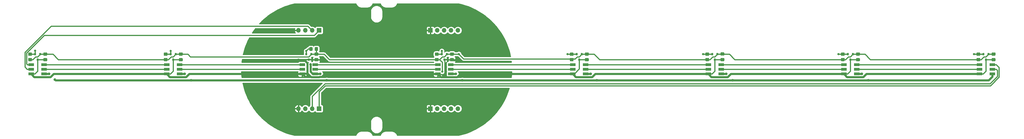
<source format=gbr>
%TF.GenerationSoftware,KiCad,Pcbnew,(5.1.9)-1*%
%TF.CreationDate,2021-04-25T23:04:25+02:00*%
%TF.ProjectId,Schaakbord_Bord,53636861-616b-4626-9f72-645f426f7264,rev?*%
%TF.SameCoordinates,Original*%
%TF.FileFunction,Copper,L1,Top*%
%TF.FilePolarity,Positive*%
%FSLAX46Y46*%
G04 Gerber Fmt 4.6, Leading zero omitted, Abs format (unit mm)*
G04 Created by KiCad (PCBNEW (5.1.9)-1) date 2021-04-25 23:04:25*
%MOMM*%
%LPD*%
G01*
G04 APERTURE LIST*
%TA.AperFunction,ComponentPad*%
%ADD10R,1.700000X1.700000*%
%TD*%
%TA.AperFunction,ComponentPad*%
%ADD11O,1.700000X1.700000*%
%TD*%
%TA.AperFunction,SMDPad,CuDef*%
%ADD12R,0.800000X0.900000*%
%TD*%
%TA.AperFunction,SMDPad,CuDef*%
%ADD13R,2.000000X1.100000*%
%TD*%
%TA.AperFunction,ViaPad*%
%ADD14C,1.000000*%
%TD*%
%TA.AperFunction,ViaPad*%
%ADD15C,0.800000*%
%TD*%
%TA.AperFunction,Conductor*%
%ADD16C,0.400000*%
%TD*%
%TA.AperFunction,Conductor*%
%ADD17C,0.800000*%
%TD*%
%TA.AperFunction,Conductor*%
%ADD18C,0.254000*%
%TD*%
%TA.AperFunction,Conductor*%
%ADD19C,0.100000*%
%TD*%
G04 APERTURE END LIST*
D10*
%TO.P,J3,5*%
%TO.N,GNDD*%
X144957800Y14351000D03*
D11*
%TO.P,J3,4*%
%TO.N,+3V3*%
X147497800Y14351000D03*
%TO.P,J3,3*%
%TO.N,SER*%
X150037800Y14351000D03*
%TO.P,J3,2*%
%TO.N,CLK*%
X152577800Y14351000D03*
%TO.P,J3,1*%
%TO.N,SH*%
X155117800Y14351000D03*
%TD*%
%TO.P,J4,1*%
%TO.N,SH*%
X155117800Y-14528800D03*
%TO.P,J4,2*%
%TO.N,CLK*%
X152577800Y-14528800D03*
%TO.P,J4,3*%
%TO.N,QH*%
X150037800Y-14528800D03*
%TO.P,J4,4*%
%TO.N,+3V3*%
X147497800Y-14528800D03*
D10*
%TO.P,J4,5*%
%TO.N,GNDD*%
X144957800Y-14528800D03*
%TD*%
D11*
%TO.P,J2,4*%
%TO.N,GNDD*%
X96266000Y-14541500D03*
%TO.P,J2,3*%
%TO.N,+5V*%
X98806000Y-14541500D03*
%TO.P,J2,2*%
%TO.N,Net-(D8-Pad5)*%
X101346000Y-14541500D03*
D10*
%TO.P,J2,1*%
%TO.N,Net-(D8-Pad6)*%
X103886000Y-14541500D03*
%TD*%
D11*
%TO.P,J1,4*%
%TO.N,GNDD*%
X96266000Y14351000D03*
%TO.P,J1,3*%
%TO.N,+5V*%
X98806000Y14351000D03*
%TO.P,J1,2*%
%TO.N,Net-(D1-Pad2)*%
X101346000Y14351000D03*
D10*
%TO.P,J1,1*%
%TO.N,Net-(D1-Pad1)*%
X103886000Y14351000D03*
%TD*%
%TO.P,R4,2*%
%TO.N,Net-(IC4-Pad3)*%
%TA.AperFunction,SMDPad,CuDef*%
G36*
G01*
X347668001Y4972000D02*
X346767999Y4972000D01*
G75*
G02*
X346518000Y5221999I0J249999D01*
G01*
X346518000Y5922001D01*
G75*
G02*
X346767999Y6172000I249999J0D01*
G01*
X347668001Y6172000D01*
G75*
G02*
X347918000Y5922001I0J-249999D01*
G01*
X347918000Y5221999D01*
G75*
G02*
X347668001Y4972000I-249999J0D01*
G01*
G37*
%TD.AperFunction*%
%TO.P,R4,1*%
%TO.N,+3V3*%
%TA.AperFunction,SMDPad,CuDef*%
G36*
G01*
X347668001Y2972000D02*
X346767999Y2972000D01*
G75*
G02*
X346518000Y3221999I0J249999D01*
G01*
X346518000Y3922001D01*
G75*
G02*
X346767999Y4172000I249999J0D01*
G01*
X347668001Y4172000D01*
G75*
G02*
X347918000Y3922001I0J-249999D01*
G01*
X347918000Y3221999D01*
G75*
G02*
X347668001Y2972000I-249999J0D01*
G01*
G37*
%TD.AperFunction*%
%TD*%
%TO.P,R3,2*%
%TO.N,Net-(IC3-Pad3)*%
%TA.AperFunction,SMDPad,CuDef*%
G36*
G01*
X297630001Y4972000D02*
X296729999Y4972000D01*
G75*
G02*
X296480000Y5221999I0J249999D01*
G01*
X296480000Y5922001D01*
G75*
G02*
X296729999Y6172000I249999J0D01*
G01*
X297630001Y6172000D01*
G75*
G02*
X297880000Y5922001I0J-249999D01*
G01*
X297880000Y5221999D01*
G75*
G02*
X297630001Y4972000I-249999J0D01*
G01*
G37*
%TD.AperFunction*%
%TO.P,R3,1*%
%TO.N,+3V3*%
%TA.AperFunction,SMDPad,CuDef*%
G36*
G01*
X297630001Y2972000D02*
X296729999Y2972000D01*
G75*
G02*
X296480000Y3221999I0J249999D01*
G01*
X296480000Y3922001D01*
G75*
G02*
X296729999Y4172000I249999J0D01*
G01*
X297630001Y4172000D01*
G75*
G02*
X297880000Y3922001I0J-249999D01*
G01*
X297880000Y3221999D01*
G75*
G02*
X297630001Y2972000I-249999J0D01*
G01*
G37*
%TD.AperFunction*%
%TD*%
%TO.P,R2,2*%
%TO.N,Net-(IC2-Pad3)*%
%TA.AperFunction,SMDPad,CuDef*%
G36*
G01*
X247592001Y4972000D02*
X246691999Y4972000D01*
G75*
G02*
X246442000Y5221999I0J249999D01*
G01*
X246442000Y5922001D01*
G75*
G02*
X246691999Y6172000I249999J0D01*
G01*
X247592001Y6172000D01*
G75*
G02*
X247842000Y5922001I0J-249999D01*
G01*
X247842000Y5221999D01*
G75*
G02*
X247592001Y4972000I-249999J0D01*
G01*
G37*
%TD.AperFunction*%
%TO.P,R2,1*%
%TO.N,+3V3*%
%TA.AperFunction,SMDPad,CuDef*%
G36*
G01*
X247592001Y2972000D02*
X246691999Y2972000D01*
G75*
G02*
X246442000Y3221999I0J249999D01*
G01*
X246442000Y3922001D01*
G75*
G02*
X246691999Y4172000I249999J0D01*
G01*
X247592001Y4172000D01*
G75*
G02*
X247842000Y3922001I0J-249999D01*
G01*
X247842000Y3221999D01*
G75*
G02*
X247592001Y2972000I-249999J0D01*
G01*
G37*
%TD.AperFunction*%
%TD*%
%TO.P,R1,2*%
%TO.N,Net-(IC1-Pad3)*%
%TA.AperFunction,SMDPad,CuDef*%
G36*
G01*
X197554001Y4956000D02*
X196653999Y4956000D01*
G75*
G02*
X196404000Y5205999I0J249999D01*
G01*
X196404000Y5906001D01*
G75*
G02*
X196653999Y6156000I249999J0D01*
G01*
X197554001Y6156000D01*
G75*
G02*
X197804000Y5906001I0J-249999D01*
G01*
X197804000Y5205999D01*
G75*
G02*
X197554001Y4956000I-249999J0D01*
G01*
G37*
%TD.AperFunction*%
%TO.P,R1,1*%
%TO.N,+3V3*%
%TA.AperFunction,SMDPad,CuDef*%
G36*
G01*
X197554001Y2956000D02*
X196653999Y2956000D01*
G75*
G02*
X196404000Y3205999I0J249999D01*
G01*
X196404000Y3906001D01*
G75*
G02*
X196653999Y4156000I249999J0D01*
G01*
X197554001Y4156000D01*
G75*
G02*
X197804000Y3906001I0J-249999D01*
G01*
X197804000Y3205999D01*
G75*
G02*
X197554001Y2956000I-249999J0D01*
G01*
G37*
%TD.AperFunction*%
%TD*%
%TO.P,R5,2*%
%TO.N,Net-(IC5-Pad14)*%
%TA.AperFunction,SMDPad,CuDef*%
G36*
G01*
X147770001Y4972000D02*
X146869999Y4972000D01*
G75*
G02*
X146620000Y5221999I0J249999D01*
G01*
X146620000Y5922001D01*
G75*
G02*
X146869999Y6172000I249999J0D01*
G01*
X147770001Y6172000D01*
G75*
G02*
X148020000Y5922001I0J-249999D01*
G01*
X148020000Y5221999D01*
G75*
G02*
X147770001Y4972000I-249999J0D01*
G01*
G37*
%TD.AperFunction*%
%TO.P,R5,1*%
%TO.N,+3V3*%
%TA.AperFunction,SMDPad,CuDef*%
G36*
G01*
X147770001Y2972000D02*
X146869999Y2972000D01*
G75*
G02*
X146620000Y3221999I0J249999D01*
G01*
X146620000Y3922001D01*
G75*
G02*
X146869999Y4172000I249999J0D01*
G01*
X147770001Y4172000D01*
G75*
G02*
X148020000Y3922001I0J-249999D01*
G01*
X148020000Y3221999D01*
G75*
G02*
X147770001Y2972000I-249999J0D01*
G01*
G37*
%TD.AperFunction*%
%TD*%
%TO.P,R6,2*%
%TO.N,Net-(IC5-Pad13)*%
%TA.AperFunction,SMDPad,CuDef*%
G36*
G01*
X101470000Y7943001D02*
X101470000Y7042999D01*
G75*
G02*
X101220001Y6793000I-249999J0D01*
G01*
X100519999Y6793000D01*
G75*
G02*
X100270000Y7042999I0J249999D01*
G01*
X100270000Y7943001D01*
G75*
G02*
X100519999Y8193000I249999J0D01*
G01*
X101220001Y8193000D01*
G75*
G02*
X101470000Y7943001I0J-249999D01*
G01*
G37*
%TD.AperFunction*%
%TO.P,R6,1*%
%TO.N,+3V3*%
%TA.AperFunction,SMDPad,CuDef*%
G36*
G01*
X103470000Y7943001D02*
X103470000Y7042999D01*
G75*
G02*
X103220001Y6793000I-249999J0D01*
G01*
X102519999Y6793000D01*
G75*
G02*
X102270000Y7042999I0J249999D01*
G01*
X102270000Y7943001D01*
G75*
G02*
X102519999Y8193000I249999J0D01*
G01*
X103220001Y8193000D01*
G75*
G02*
X103470000Y7943001I0J-249999D01*
G01*
G37*
%TD.AperFunction*%
%TD*%
%TO.P,R7,2*%
%TO.N,Net-(IC5-Pad12)*%
%TA.AperFunction,SMDPad,CuDef*%
G36*
G01*
X47694001Y4972000D02*
X46793999Y4972000D01*
G75*
G02*
X46544000Y5221999I0J249999D01*
G01*
X46544000Y5922001D01*
G75*
G02*
X46793999Y6172000I249999J0D01*
G01*
X47694001Y6172000D01*
G75*
G02*
X47944000Y5922001I0J-249999D01*
G01*
X47944000Y5221999D01*
G75*
G02*
X47694001Y4972000I-249999J0D01*
G01*
G37*
%TD.AperFunction*%
%TO.P,R7,1*%
%TO.N,+3V3*%
%TA.AperFunction,SMDPad,CuDef*%
G36*
G01*
X47694001Y2972000D02*
X46793999Y2972000D01*
G75*
G02*
X46544000Y3221999I0J249999D01*
G01*
X46544000Y3922001D01*
G75*
G02*
X46793999Y4172000I249999J0D01*
G01*
X47694001Y4172000D01*
G75*
G02*
X47944000Y3922001I0J-249999D01*
G01*
X47944000Y3221999D01*
G75*
G02*
X47694001Y2972000I-249999J0D01*
G01*
G37*
%TD.AperFunction*%
%TD*%
%TO.P,R8,2*%
%TO.N,Net-(IC5-Pad11)*%
%TA.AperFunction,SMDPad,CuDef*%
G36*
G01*
X-2343999Y4972000D02*
X-3244001Y4972000D01*
G75*
G02*
X-3494000Y5221999I0J249999D01*
G01*
X-3494000Y5922001D01*
G75*
G02*
X-3244001Y6172000I249999J0D01*
G01*
X-2343999Y6172000D01*
G75*
G02*
X-2094000Y5922001I0J-249999D01*
G01*
X-2094000Y5221999D01*
G75*
G02*
X-2343999Y4972000I-249999J0D01*
G01*
G37*
%TD.AperFunction*%
%TO.P,R8,1*%
%TO.N,+3V3*%
%TA.AperFunction,SMDPad,CuDef*%
G36*
G01*
X-2343999Y2972000D02*
X-3244001Y2972000D01*
G75*
G02*
X-3494000Y3221999I0J249999D01*
G01*
X-3494000Y3922001D01*
G75*
G02*
X-3244001Y4172000I249999J0D01*
G01*
X-2343999Y4172000D01*
G75*
G02*
X-2094000Y3922001I0J-249999D01*
G01*
X-2094000Y3221999D01*
G75*
G02*
X-2343999Y2972000I-249999J0D01*
G01*
G37*
%TD.AperFunction*%
%TD*%
%TO.P,C4,2*%
%TO.N,+3V3*%
%TA.AperFunction,SMDPad,CuDef*%
G36*
G01*
X353281000Y5022000D02*
X352331000Y5022000D01*
G75*
G02*
X352081000Y5272000I0J250000D01*
G01*
X352081000Y5947000D01*
G75*
G02*
X352331000Y6197000I250000J0D01*
G01*
X353281000Y6197000D01*
G75*
G02*
X353531000Y5947000I0J-250000D01*
G01*
X353531000Y5272000D01*
G75*
G02*
X353281000Y5022000I-250000J0D01*
G01*
G37*
%TD.AperFunction*%
%TO.P,C4,1*%
%TO.N,GNDD*%
%TA.AperFunction,SMDPad,CuDef*%
G36*
G01*
X353281000Y2947000D02*
X352331000Y2947000D01*
G75*
G02*
X352081000Y3197000I0J250000D01*
G01*
X352081000Y3872000D01*
G75*
G02*
X352331000Y4122000I250000J0D01*
G01*
X353281000Y4122000D01*
G75*
G02*
X353531000Y3872000I0J-250000D01*
G01*
X353531000Y3197000D01*
G75*
G02*
X353281000Y2947000I-250000J0D01*
G01*
G37*
%TD.AperFunction*%
%TD*%
%TO.P,C3,2*%
%TO.N,+3V3*%
%TA.AperFunction,SMDPad,CuDef*%
G36*
G01*
X303243000Y5022000D02*
X302293000Y5022000D01*
G75*
G02*
X302043000Y5272000I0J250000D01*
G01*
X302043000Y5947000D01*
G75*
G02*
X302293000Y6197000I250000J0D01*
G01*
X303243000Y6197000D01*
G75*
G02*
X303493000Y5947000I0J-250000D01*
G01*
X303493000Y5272000D01*
G75*
G02*
X303243000Y5022000I-250000J0D01*
G01*
G37*
%TD.AperFunction*%
%TO.P,C3,1*%
%TO.N,GNDD*%
%TA.AperFunction,SMDPad,CuDef*%
G36*
G01*
X303243000Y2947000D02*
X302293000Y2947000D01*
G75*
G02*
X302043000Y3197000I0J250000D01*
G01*
X302043000Y3872000D01*
G75*
G02*
X302293000Y4122000I250000J0D01*
G01*
X303243000Y4122000D01*
G75*
G02*
X303493000Y3872000I0J-250000D01*
G01*
X303493000Y3197000D01*
G75*
G02*
X303243000Y2947000I-250000J0D01*
G01*
G37*
%TD.AperFunction*%
%TD*%
%TO.P,C2,2*%
%TO.N,+3V3*%
%TA.AperFunction,SMDPad,CuDef*%
G36*
G01*
X253205000Y5043500D02*
X252255000Y5043500D01*
G75*
G02*
X252005000Y5293500I0J250000D01*
G01*
X252005000Y5968500D01*
G75*
G02*
X252255000Y6218500I250000J0D01*
G01*
X253205000Y6218500D01*
G75*
G02*
X253455000Y5968500I0J-250000D01*
G01*
X253455000Y5293500D01*
G75*
G02*
X253205000Y5043500I-250000J0D01*
G01*
G37*
%TD.AperFunction*%
%TO.P,C2,1*%
%TO.N,GNDD*%
%TA.AperFunction,SMDPad,CuDef*%
G36*
G01*
X253205000Y2968500D02*
X252255000Y2968500D01*
G75*
G02*
X252005000Y3218500I0J250000D01*
G01*
X252005000Y3893500D01*
G75*
G02*
X252255000Y4143500I250000J0D01*
G01*
X253205000Y4143500D01*
G75*
G02*
X253455000Y3893500I0J-250000D01*
G01*
X253455000Y3218500D01*
G75*
G02*
X253205000Y2968500I-250000J0D01*
G01*
G37*
%TD.AperFunction*%
%TD*%
%TO.P,C1,2*%
%TO.N,+3V3*%
%TA.AperFunction,SMDPad,CuDef*%
G36*
G01*
X203167000Y5022000D02*
X202217000Y5022000D01*
G75*
G02*
X201967000Y5272000I0J250000D01*
G01*
X201967000Y5947000D01*
G75*
G02*
X202217000Y6197000I250000J0D01*
G01*
X203167000Y6197000D01*
G75*
G02*
X203417000Y5947000I0J-250000D01*
G01*
X203417000Y5272000D01*
G75*
G02*
X203167000Y5022000I-250000J0D01*
G01*
G37*
%TD.AperFunction*%
%TO.P,C1,1*%
%TO.N,GNDD*%
%TA.AperFunction,SMDPad,CuDef*%
G36*
G01*
X203167000Y2947000D02*
X202217000Y2947000D01*
G75*
G02*
X201967000Y3197000I0J250000D01*
G01*
X201967000Y3872000D01*
G75*
G02*
X202217000Y4122000I250000J0D01*
G01*
X203167000Y4122000D01*
G75*
G02*
X203417000Y3872000I0J-250000D01*
G01*
X203417000Y3197000D01*
G75*
G02*
X203167000Y2947000I-250000J0D01*
G01*
G37*
%TD.AperFunction*%
%TD*%
%TO.P,C6,2*%
%TO.N,GNDD*%
%TA.AperFunction,SMDPad,CuDef*%
G36*
G01*
X152433000Y4122000D02*
X153383000Y4122000D01*
G75*
G02*
X153633000Y3872000I0J-250000D01*
G01*
X153633000Y3197000D01*
G75*
G02*
X153383000Y2947000I-250000J0D01*
G01*
X152433000Y2947000D01*
G75*
G02*
X152183000Y3197000I0J250000D01*
G01*
X152183000Y3872000D01*
G75*
G02*
X152433000Y4122000I250000J0D01*
G01*
G37*
%TD.AperFunction*%
%TO.P,C6,1*%
%TO.N,+3V3*%
%TA.AperFunction,SMDPad,CuDef*%
G36*
G01*
X152433000Y6197000D02*
X153383000Y6197000D01*
G75*
G02*
X153633000Y5947000I0J-250000D01*
G01*
X153633000Y5272000D01*
G75*
G02*
X153383000Y5022000I-250000J0D01*
G01*
X152433000Y5022000D01*
G75*
G02*
X152183000Y5272000I0J250000D01*
G01*
X152183000Y5947000D01*
G75*
G02*
X152433000Y6197000I250000J0D01*
G01*
G37*
%TD.AperFunction*%
%TD*%
%TO.P,C7,2*%
%TO.N,GNDD*%
%TA.AperFunction,SMDPad,CuDef*%
G36*
G01*
X102395000Y4122000D02*
X103345000Y4122000D01*
G75*
G02*
X103595000Y3872000I0J-250000D01*
G01*
X103595000Y3197000D01*
G75*
G02*
X103345000Y2947000I-250000J0D01*
G01*
X102395000Y2947000D01*
G75*
G02*
X102145000Y3197000I0J250000D01*
G01*
X102145000Y3872000D01*
G75*
G02*
X102395000Y4122000I250000J0D01*
G01*
G37*
%TD.AperFunction*%
%TO.P,C7,1*%
%TO.N,+3V3*%
%TA.AperFunction,SMDPad,CuDef*%
G36*
G01*
X102395000Y6197000D02*
X103345000Y6197000D01*
G75*
G02*
X103595000Y5947000I0J-250000D01*
G01*
X103595000Y5272000D01*
G75*
G02*
X103345000Y5022000I-250000J0D01*
G01*
X102395000Y5022000D01*
G75*
G02*
X102145000Y5272000I0J250000D01*
G01*
X102145000Y5947000D01*
G75*
G02*
X102395000Y6197000I250000J0D01*
G01*
G37*
%TD.AperFunction*%
%TD*%
%TO.P,C8,2*%
%TO.N,GNDD*%
%TA.AperFunction,SMDPad,CuDef*%
G36*
G01*
X52357000Y4122000D02*
X53307000Y4122000D01*
G75*
G02*
X53557000Y3872000I0J-250000D01*
G01*
X53557000Y3197000D01*
G75*
G02*
X53307000Y2947000I-250000J0D01*
G01*
X52357000Y2947000D01*
G75*
G02*
X52107000Y3197000I0J250000D01*
G01*
X52107000Y3872000D01*
G75*
G02*
X52357000Y4122000I250000J0D01*
G01*
G37*
%TD.AperFunction*%
%TO.P,C8,1*%
%TO.N,+3V3*%
%TA.AperFunction,SMDPad,CuDef*%
G36*
G01*
X52357000Y6197000D02*
X53307000Y6197000D01*
G75*
G02*
X53557000Y5947000I0J-250000D01*
G01*
X53557000Y5272000D01*
G75*
G02*
X53307000Y5022000I-250000J0D01*
G01*
X52357000Y5022000D01*
G75*
G02*
X52107000Y5272000I0J250000D01*
G01*
X52107000Y5947000D01*
G75*
G02*
X52357000Y6197000I250000J0D01*
G01*
G37*
%TD.AperFunction*%
%TD*%
%TO.P,C9,2*%
%TO.N,GNDD*%
%TA.AperFunction,SMDPad,CuDef*%
G36*
G01*
X2319000Y4122000D02*
X3269000Y4122000D01*
G75*
G02*
X3519000Y3872000I0J-250000D01*
G01*
X3519000Y3197000D01*
G75*
G02*
X3269000Y2947000I-250000J0D01*
G01*
X2319000Y2947000D01*
G75*
G02*
X2069000Y3197000I0J250000D01*
G01*
X2069000Y3872000D01*
G75*
G02*
X2319000Y4122000I250000J0D01*
G01*
G37*
%TD.AperFunction*%
%TO.P,C9,1*%
%TO.N,+3V3*%
%TA.AperFunction,SMDPad,CuDef*%
G36*
G01*
X2319000Y6197000D02*
X3269000Y6197000D01*
G75*
G02*
X3519000Y5947000I0J-250000D01*
G01*
X3519000Y5272000D01*
G75*
G02*
X3269000Y5022000I-250000J0D01*
G01*
X2319000Y5022000D01*
G75*
G02*
X2069000Y5272000I0J250000D01*
G01*
X2069000Y5947000D01*
G75*
G02*
X2319000Y6197000I250000J0D01*
G01*
G37*
%TD.AperFunction*%
%TD*%
D12*
%TO.P,IC4,2*%
%TO.N,GNDD*%
X350012000Y3556000D03*
%TO.P,IC4,3*%
%TO.N,Net-(IC4-Pad3)*%
X349062000Y5556000D03*
%TO.P,IC4,1*%
%TO.N,+3V3*%
X350962000Y5556000D03*
%TD*%
%TO.P,IC3,2*%
%TO.N,GNDD*%
X299974000Y3556000D03*
%TO.P,IC3,3*%
%TO.N,Net-(IC3-Pad3)*%
X299024000Y5556000D03*
%TO.P,IC3,1*%
%TO.N,+3V3*%
X300924000Y5556000D03*
%TD*%
%TO.P,IC2,2*%
%TO.N,GNDD*%
X249936000Y3556000D03*
%TO.P,IC2,3*%
%TO.N,Net-(IC2-Pad3)*%
X248986000Y5556000D03*
%TO.P,IC2,1*%
%TO.N,+3V3*%
X250886000Y5556000D03*
%TD*%
%TO.P,IC6,2*%
%TO.N,GNDD*%
X150114000Y3556000D03*
%TO.P,IC6,3*%
%TO.N,Net-(IC5-Pad14)*%
X149164000Y5556000D03*
%TO.P,IC6,1*%
%TO.N,+3V3*%
X151064000Y5556000D03*
%TD*%
%TO.P,IC7,2*%
%TO.N,GNDD*%
X100076000Y3556000D03*
%TO.P,IC7,3*%
%TO.N,Net-(IC5-Pad13)*%
X99126000Y5556000D03*
%TO.P,IC7,1*%
%TO.N,+3V3*%
X101026000Y5556000D03*
%TD*%
%TO.P,IC8,2*%
%TO.N,GNDD*%
X50038000Y3556000D03*
%TO.P,IC8,3*%
%TO.N,Net-(IC5-Pad12)*%
X49088000Y5556000D03*
%TO.P,IC8,1*%
%TO.N,+3V3*%
X50988000Y5556000D03*
%TD*%
%TO.P,IC9,2*%
%TO.N,GNDD*%
X0Y3556000D03*
%TO.P,IC9,3*%
%TO.N,Net-(IC5-Pad11)*%
X-950000Y5556000D03*
%TO.P,IC9,1*%
%TO.N,+3V3*%
X950000Y5556000D03*
%TD*%
%TO.P,IC1,2*%
%TO.N,GNDD*%
X199898000Y3556000D03*
%TO.P,IC1,3*%
%TO.N,Net-(IC1-Pad3)*%
X198948000Y5556000D03*
%TO.P,IC1,1*%
%TO.N,+3V3*%
X200848000Y5556000D03*
%TD*%
D13*
%TO.P,D8,6*%
%TO.N,Net-(D8-Pad6)*%
X352412000Y1700000D03*
%TO.P,D8,5*%
%TO.N,Net-(D8-Pad5)*%
X352412000Y0D03*
%TO.P,D8,4*%
%TO.N,+5V*%
X352412000Y-1700000D03*
%TO.P,D8,3*%
%TO.N,GNDD*%
X347612000Y-1700000D03*
%TO.P,D8,2*%
%TO.N,Net-(D7-Pad5)*%
X347612000Y0D03*
%TO.P,D8,1*%
%TO.N,Net-(D7-Pad6)*%
X347612000Y1700000D03*
%TD*%
%TO.P,D7,6*%
%TO.N,Net-(D7-Pad6)*%
X302374000Y1700000D03*
%TO.P,D7,5*%
%TO.N,Net-(D7-Pad5)*%
X302374000Y0D03*
%TO.P,D7,4*%
%TO.N,+5V*%
X302374000Y-1700000D03*
%TO.P,D7,3*%
%TO.N,GNDD*%
X297574000Y-1700000D03*
%TO.P,D7,2*%
%TO.N,Net-(D6-Pad5)*%
X297574000Y0D03*
%TO.P,D7,1*%
%TO.N,Net-(D6-Pad6)*%
X297574000Y1700000D03*
%TD*%
%TO.P,D6,6*%
%TO.N,Net-(D6-Pad6)*%
X252336000Y1700000D03*
%TO.P,D6,5*%
%TO.N,Net-(D6-Pad5)*%
X252336000Y0D03*
%TO.P,D6,4*%
%TO.N,+5V*%
X252336000Y-1700000D03*
%TO.P,D6,3*%
%TO.N,GNDD*%
X247536000Y-1700000D03*
%TO.P,D6,2*%
%TO.N,Net-(D5-Pad5)*%
X247536000Y0D03*
%TO.P,D6,1*%
%TO.N,Net-(D5-Pad6)*%
X247536000Y1700000D03*
%TD*%
%TO.P,D5,6*%
%TO.N,Net-(D5-Pad6)*%
X202298000Y1700000D03*
%TO.P,D5,5*%
%TO.N,Net-(D5-Pad5)*%
X202298000Y0D03*
%TO.P,D5,4*%
%TO.N,+5V*%
X202298000Y-1700000D03*
%TO.P,D5,3*%
%TO.N,GNDD*%
X197498000Y-1700000D03*
%TO.P,D5,2*%
%TO.N,Net-(D4-Pad5)*%
X197498000Y0D03*
%TO.P,D5,1*%
%TO.N,Net-(D4-Pad6)*%
X197498000Y1700000D03*
%TD*%
%TO.P,D4,6*%
%TO.N,Net-(D4-Pad6)*%
X152514000Y1700000D03*
%TO.P,D4,5*%
%TO.N,Net-(D4-Pad5)*%
X152514000Y0D03*
%TO.P,D4,4*%
%TO.N,+5V*%
X152514000Y-1700000D03*
%TO.P,D4,3*%
%TO.N,GNDD*%
X147714000Y-1700000D03*
%TO.P,D4,2*%
%TO.N,Net-(D3-Pad5)*%
X147714000Y0D03*
%TO.P,D4,1*%
%TO.N,Net-(D3-Pad6)*%
X147714000Y1700000D03*
%TD*%
%TO.P,D3,6*%
%TO.N,Net-(D3-Pad6)*%
X102476000Y1700000D03*
%TO.P,D3,5*%
%TO.N,Net-(D3-Pad5)*%
X102476000Y0D03*
%TO.P,D3,4*%
%TO.N,+5V*%
X102476000Y-1700000D03*
%TO.P,D3,3*%
%TO.N,GNDD*%
X97676000Y-1700000D03*
%TO.P,D3,2*%
%TO.N,Net-(D2-Pad5)*%
X97676000Y0D03*
%TO.P,D3,1*%
%TO.N,Net-(D2-Pad6)*%
X97676000Y1700000D03*
%TD*%
%TO.P,D2,6*%
%TO.N,Net-(D2-Pad6)*%
X52438000Y1700000D03*
%TO.P,D2,5*%
%TO.N,Net-(D2-Pad5)*%
X52438000Y0D03*
%TO.P,D2,4*%
%TO.N,+5V*%
X52438000Y-1700000D03*
%TO.P,D2,3*%
%TO.N,GNDD*%
X47638000Y-1700000D03*
%TO.P,D2,2*%
%TO.N,Net-(D1-Pad5)*%
X47638000Y0D03*
%TO.P,D2,1*%
%TO.N,Net-(D1-Pad6)*%
X47638000Y1700000D03*
%TD*%
%TO.P,D1,6*%
%TO.N,Net-(D1-Pad6)*%
X2400000Y1700000D03*
%TO.P,D1,5*%
%TO.N,Net-(D1-Pad5)*%
X2400000Y0D03*
%TO.P,D1,4*%
%TO.N,+5V*%
X2400000Y-1700000D03*
%TO.P,D1,3*%
%TO.N,GNDD*%
X-2400000Y-1700000D03*
%TO.P,D1,2*%
%TO.N,Net-(D1-Pad2)*%
X-2400000Y0D03*
%TO.P,D1,1*%
%TO.N,Net-(D1-Pad1)*%
X-2400000Y1700000D03*
%TD*%
D14*
%TO.N,+5V*%
X100711000Y1778000D03*
X4243600Y-1700000D03*
X254179600Y-1700000D03*
X204141600Y-1700000D03*
X154357600Y-1700000D03*
X104319600Y-1700000D03*
X54281600Y-1700000D03*
X304217600Y-1700000D03*
X6350000Y-3810000D03*
X56642000Y-4064000D03*
X106680000Y-4064000D03*
X156718000Y-4064000D03*
X206375000Y-4064000D03*
X256540000Y-4064000D03*
X306578000Y-4064000D03*
%TO.N,GNDD*%
X99568000Y-1651000D03*
D15*
X154559000Y3175000D03*
D14*
X96266000Y3492500D03*
D15*
X168910000Y-2413000D03*
X149422999Y-2850001D03*
%TO.N,+3V3*%
X155448000Y5609500D03*
X149313990Y-889000D03*
%TO.N,Net-(IC1-Pad3)*%
X195580022Y5588000D03*
%TO.N,Net-(IC2-Pad3)*%
X245618000Y5572022D03*
%TO.N,Net-(IC3-Pad3)*%
X295528990Y5588000D03*
%TO.N,Net-(IC4-Pad3)*%
X345567000Y5588004D03*
%TO.N,Net-(IC5-Pad14)*%
X149164000Y6731000D03*
%TO.N,Net-(IC5-Pad13)*%
X99126000Y6731000D03*
%TO.N,Net-(IC5-Pad12)*%
X49088000Y6731000D03*
%TO.N,Net-(IC5-Pad11)*%
X-950000Y6857968D03*
%TD*%
D16*
%TO.N,Net-(D1-Pad6)*%
X2400000Y1700000D02*
X47638000Y1700000D01*
%TO.N,Net-(D1-Pad5)*%
X2400000Y0D02*
X47638000Y0D01*
D17*
%TO.N,+5V*%
X2400000Y-1700000D02*
X4243600Y-1700000D01*
X252336000Y-1700000D02*
X254179600Y-1700000D01*
X202298000Y-1700000D02*
X204141600Y-1700000D01*
X152514000Y-1700000D02*
X154357600Y-1700000D01*
X102476000Y-1700000D02*
X104319600Y-1700000D01*
X52438000Y-1700000D02*
X54281600Y-1700000D01*
X304217600Y-1700000D02*
X304217600Y-1700000D01*
X304217600Y-1700000D02*
X302374000Y-1700000D01*
X6350000Y-3810000D02*
X6350000Y-3810000D01*
X102427000Y-1651000D02*
X102476000Y-1700000D01*
X6604000Y-4064000D02*
X6350000Y-3810000D01*
X56642000Y-4064000D02*
X6604000Y-4064000D01*
X106172000Y-4064000D02*
X56642000Y-4064000D01*
X106680000Y-4064000D02*
X106172000Y-4064000D01*
X352412000Y-2680000D02*
X352412000Y-1700000D01*
X306578000Y-4064000D02*
X351028000Y-4064000D01*
X306070000Y-4064000D02*
X304419000Y-4064000D01*
X306578000Y-4064000D02*
X306070000Y-4064000D01*
X351028000Y-4064000D02*
X352412000Y-2680000D01*
X101522000Y-1700000D02*
X102476000Y-1700000D01*
X100711000Y-889000D02*
X101522000Y-1700000D01*
X100711000Y1778000D02*
X100711000Y-889000D01*
X106680000Y-4064000D02*
X166985496Y-4064000D01*
X166985496Y-4064000D02*
X167032998Y-4111502D01*
X168421504Y-4064000D02*
X304338978Y-4064000D01*
X167032998Y-4111502D02*
X168374002Y-4111502D01*
X168374002Y-4111502D02*
X168421504Y-4064000D01*
D16*
%TO.N,GNDD*%
X299974000Y-700000D02*
X299974000Y3556000D01*
X298974000Y-1700000D02*
X299974000Y-700000D01*
X297574000Y-1700000D02*
X298974000Y-1700000D01*
X349012000Y-1700000D02*
X350012000Y-700000D01*
X350012000Y-700000D02*
X350012000Y3556000D01*
X347612000Y-1700000D02*
X349012000Y-1700000D01*
X249936000Y-700000D02*
X249936000Y3556000D01*
X248936000Y-1700000D02*
X249936000Y-700000D01*
X247536000Y-1700000D02*
X248936000Y-1700000D01*
X199898000Y129998D02*
X199898000Y3556000D01*
X198068002Y-1700000D02*
X199898000Y129998D01*
X197498000Y-1700000D02*
X198068002Y-1700000D01*
X50038000Y-700000D02*
X50038000Y3556000D01*
X49038000Y-1700000D02*
X50038000Y-700000D01*
X47638000Y-1700000D02*
X49038000Y-1700000D01*
X-2400000Y-1700000D02*
X-1000000Y-1700000D01*
X-1000000Y-1700000D02*
X0Y-700000D01*
X0Y-700000D02*
X0Y3556000D01*
D17*
X254705999Y-2850001D02*
X255856000Y-1700000D01*
X248686001Y-2850001D02*
X254705999Y-2850001D01*
X255856000Y-1700000D02*
X297574000Y-1700000D01*
X247536000Y-1700000D02*
X248686001Y-2850001D01*
X47638000Y-1700000D02*
X48788001Y-2850001D01*
X48788001Y-2850001D02*
X54807999Y-2850001D01*
X54807999Y-2850001D02*
X55958000Y-1700000D01*
X55958000Y-1700000D02*
X97676000Y-1700000D01*
X-2400000Y-1700000D02*
X-1249999Y-2850001D01*
X-1249999Y-2850001D02*
X4769999Y-2850001D01*
X4769999Y-2850001D02*
X5920000Y-1700000D01*
X5920000Y-1700000D02*
X47638000Y-1700000D01*
X197498000Y-1700000D02*
X167718000Y-1700000D01*
D16*
X2540000Y3556000D02*
X2794000Y3810000D01*
X0Y3556000D02*
X2540000Y3556000D01*
X52578000Y3556000D02*
X52832000Y3810000D01*
X50038000Y3556000D02*
X52578000Y3556000D01*
X102616000Y3556000D02*
X102870000Y3810000D01*
X100076000Y3556000D02*
X102616000Y3556000D01*
X152654000Y3556000D02*
X152908000Y3810000D01*
X150114000Y3556000D02*
X152654000Y3556000D01*
X202438000Y3556000D02*
X202692000Y3810000D01*
X199898000Y3556000D02*
X202438000Y3556000D01*
X252476000Y3556000D02*
X252730000Y3810000D01*
X249936000Y3556000D02*
X252476000Y3556000D01*
X302557000Y3556000D02*
X302768000Y3767000D01*
X299974000Y3556000D02*
X302557000Y3556000D01*
X352595000Y3556000D02*
X352806000Y3767000D01*
X350012000Y3556000D02*
X352595000Y3556000D01*
D17*
X305894000Y-1700000D02*
X347612000Y-1700000D01*
X304744000Y-2850000D02*
X305894000Y-1700000D01*
X298724000Y-2850000D02*
X304744000Y-2850000D01*
X297574000Y-1700000D02*
X298724000Y-2850000D01*
X205818000Y-1700000D02*
X247536000Y-1700000D01*
X204667999Y-2850001D02*
X205818000Y-1700000D01*
X198648001Y-2850001D02*
X204667999Y-2850001D01*
X197498000Y-1700000D02*
X198648001Y-2850001D01*
X154883999Y-2850001D02*
X148864001Y-2850001D01*
X156034000Y-1700000D02*
X154883999Y-2850001D01*
X148864001Y-2850001D02*
X147714000Y-1700000D01*
D16*
X153267500Y3175000D02*
X152908000Y3534500D01*
X154305000Y3175000D02*
X153267500Y3175000D01*
D17*
X165559000Y-1700000D02*
X156034000Y-1700000D01*
X166038000Y-1700000D02*
X165559000Y-1700000D01*
X167718000Y-1700000D02*
X166038000Y-1700000D01*
X97725000Y-1651000D02*
X97676000Y-1700000D01*
X99568000Y-1651000D02*
X97725000Y-1651000D01*
D16*
X147982500Y-1968500D02*
X147714000Y-1700000D01*
X149917685Y-1968500D02*
X147982500Y-1968500D01*
X150304500Y-1581685D02*
X149917685Y-1968500D01*
X150304500Y3365500D02*
X150304500Y-1581685D01*
X150114000Y3556000D02*
X150304500Y3365500D01*
D17*
X105996000Y-1700000D02*
X147714000Y-1700000D01*
X100955987Y-2809989D02*
X100995999Y-2850001D01*
X100995999Y-2850001D02*
X103956001Y-2850001D01*
X103956001Y-2850001D02*
X103996013Y-2809989D01*
X104886011Y-2809989D02*
X105996000Y-1700000D01*
X97676000Y-1700000D02*
X98785989Y-2809989D01*
X103996013Y-2809989D02*
X104886011Y-2809989D01*
X98785989Y-2809989D02*
X100955987Y-2809989D01*
X99568000Y2286000D02*
X99568000Y-1651000D01*
X98361500Y3492500D02*
X99568000Y2286000D01*
X96266000Y3492500D02*
X98361500Y3492500D01*
D16*
X100076000Y3556000D02*
X98361500Y3556000D01*
X166751000Y-2413000D02*
X168910000Y-2413000D01*
X166038000Y-1700000D02*
X166751000Y-2413000D01*
%TO.N,Net-(D1-Pad2)*%
X-3868500Y0D02*
X-2400000Y0D01*
X-4699000Y830500D02*
X-3868500Y0D01*
X-4699000Y6234798D02*
X-4699000Y830500D01*
X5004702Y15938500D02*
X-4699000Y6234798D01*
X99695000Y15938500D02*
X5004702Y15938500D01*
X101346000Y14287500D02*
X99695000Y15938500D01*
%TO.N,Net-(D1-Pad1)*%
X102108000Y12509500D02*
X103886000Y14287500D01*
X2424244Y12509500D02*
X102108000Y12509500D01*
X-4098989Y1998989D02*
X-4098989Y5986267D01*
X-4098989Y5986267D02*
X2424244Y12509500D01*
X-3800000Y1700000D02*
X-4098989Y1998989D01*
X-2400000Y1700000D02*
X-3800000Y1700000D01*
%TO.N,Net-(D2-Pad6)*%
X52438000Y1700000D02*
X97676000Y1700000D01*
%TO.N,Net-(D2-Pad5)*%
X52438000Y0D02*
X97676000Y0D01*
%TO.N,Net-(D3-Pad6)*%
X102476000Y1700000D02*
X147714000Y1700000D01*
%TO.N,Net-(D3-Pad5)*%
X102476000Y0D02*
X147714000Y0D01*
%TO.N,Net-(D4-Pad6)*%
X152514000Y1700000D02*
X197498000Y1700000D01*
%TO.N,Net-(D4-Pad5)*%
X152514000Y0D02*
X197498000Y0D01*
%TO.N,Net-(D5-Pad6)*%
X202298000Y1700000D02*
X247536000Y1700000D01*
%TO.N,Net-(D5-Pad5)*%
X202298000Y0D02*
X247536000Y0D01*
%TO.N,Net-(D6-Pad6)*%
X252336000Y1700000D02*
X297574000Y1700000D01*
%TO.N,Net-(D6-Pad5)*%
X252336000Y0D02*
X297574000Y0D01*
%TO.N,Net-(D7-Pad6)*%
X302374000Y1700000D02*
X347612000Y1700000D01*
%TO.N,Net-(D7-Pad5)*%
X302374000Y0D02*
X347612000Y0D01*
%TO.N,Net-(D8-Pad6)*%
X353812000Y1700000D02*
X352412000Y1700000D01*
X354838000Y674000D02*
X353812000Y1700000D01*
X351663000Y-6096000D02*
X354838000Y-2921000D01*
X106119929Y-6096000D02*
X351663000Y-6096000D01*
X103886000Y-8329929D02*
X106119929Y-6096000D01*
X354838000Y-2921000D02*
X354838000Y674000D01*
X103886000Y-14478000D02*
X103886000Y-8329929D01*
%TO.N,Net-(D8-Pad5)*%
X353812000Y0D02*
X352412000Y0D01*
X354203000Y-391000D02*
X353812000Y0D01*
X354203000Y-2667000D02*
X354203000Y-391000D01*
X351536000Y-5334000D02*
X354203000Y-2667000D01*
X106033386Y-5334000D02*
X351536000Y-5334000D01*
X101346000Y-10021386D02*
X106033386Y-5334000D01*
X101346000Y-14478000D02*
X101346000Y-10021386D01*
%TO.N,+3V3*%
X152579000Y5556000D02*
X152908000Y5885000D01*
X151064000Y5556000D02*
X152579000Y5556000D01*
X199864000Y4572000D02*
X200848000Y5556000D01*
X199136000Y4572000D02*
X199864000Y4572000D01*
X198374000Y3810000D02*
X199136000Y4572000D01*
X197136000Y3810000D02*
X198374000Y3810000D01*
X197104000Y3842000D02*
X197136000Y3810000D01*
X352520000Y5556000D02*
X352806000Y5842000D01*
X350962000Y5556000D02*
X352520000Y5556000D01*
X-2794000Y3572000D02*
X-2794000Y3842000D01*
X-1762000Y3572000D02*
X-2794000Y3572000D01*
X-762000Y4572000D02*
X-1762000Y3572000D01*
X0Y4572000D02*
X-762000Y4572000D01*
X950000Y5522000D02*
X0Y4572000D01*
X950000Y5556000D02*
X950000Y5522000D01*
X2465000Y5556000D02*
X950000Y5556000D01*
X7604000Y3572000D02*
X5620000Y5556000D01*
X48276000Y3572000D02*
X7604000Y3572000D01*
X49276000Y4572000D02*
X48276000Y3572000D01*
X5620000Y5556000D02*
X2465000Y5556000D01*
X50004000Y4572000D02*
X49276000Y4572000D01*
X50988000Y5556000D02*
X50004000Y4572000D01*
X102541000Y5556000D02*
X101026000Y5556000D01*
X105696000Y5556000D02*
X102541000Y5556000D01*
X107680000Y3572000D02*
X105696000Y5556000D01*
X148352000Y3572000D02*
X107680000Y3572000D01*
X149352000Y4572000D02*
X148352000Y3572000D01*
X150080000Y4572000D02*
X149352000Y4572000D01*
X151064000Y5556000D02*
X150080000Y4572000D01*
X153183500Y5609500D02*
X152908000Y5885000D01*
X155448000Y5609500D02*
X155448000Y5609500D01*
X157215500Y3842000D02*
X155448000Y5609500D01*
X197104000Y3842000D02*
X157215500Y3842000D01*
X205401750Y5556000D02*
X202363000Y5556000D01*
X207385750Y3572000D02*
X205401750Y5556000D01*
X248174000Y3572000D02*
X207385750Y3572000D01*
X202363000Y5556000D02*
X200848000Y5556000D01*
X249174000Y4572000D02*
X248174000Y3572000D01*
X249902000Y4572000D02*
X249174000Y4572000D01*
X250886000Y5556000D02*
X249902000Y4572000D01*
X305340000Y5556000D02*
X302482000Y5556000D01*
X307324000Y3572000D02*
X305340000Y5556000D01*
X302482000Y5556000D02*
X300924000Y5556000D01*
X348250000Y3572000D02*
X307324000Y3572000D01*
X349250000Y4572000D02*
X348250000Y3572000D01*
X349978000Y4572000D02*
X349250000Y4572000D01*
X350962000Y5556000D02*
X349978000Y4572000D01*
X155448000Y5609500D02*
X153183500Y5609500D01*
X148352000Y3572000D02*
X149313990Y2610010D01*
X149313990Y-323315D02*
X149313990Y-889000D01*
X149313990Y2610010D02*
X149313990Y-323315D01*
X255302000Y5556000D02*
X252401000Y5556000D01*
X298212000Y3572000D02*
X257286000Y3572000D01*
X299212000Y4572000D02*
X298212000Y3572000D01*
X252401000Y5556000D02*
X250886000Y5556000D01*
X257286000Y3572000D02*
X255302000Y5556000D01*
X299940000Y4572000D02*
X299212000Y4572000D01*
X300924000Y5556000D02*
X299940000Y4572000D01*
X52503000Y5556000D02*
X50988000Y5556000D01*
X55425500Y5556000D02*
X52503000Y5556000D01*
X56409500Y4572000D02*
X55425500Y5556000D01*
X100042000Y4572000D02*
X56409500Y4572000D01*
X101026000Y5556000D02*
X100042000Y4572000D01*
X102870000Y7493000D02*
X102870000Y5609500D01*
%TO.N,Net-(IC1-Pad3)*%
X198948000Y5556000D02*
X195612022Y5556000D01*
X195612022Y5556000D02*
X195580022Y5588000D01*
%TO.N,Net-(IC2-Pad3)*%
X248986000Y5556000D02*
X245634022Y5556000D01*
X245634022Y5556000D02*
X245618000Y5572022D01*
%TO.N,Net-(IC3-Pad3)*%
X299024000Y5556000D02*
X295560990Y5556000D01*
X295560990Y5556000D02*
X295528990Y5588000D01*
%TO.N,Net-(IC4-Pad3)*%
X345599004Y5556000D02*
X345567000Y5588004D01*
X349062000Y5556000D02*
X345599004Y5556000D01*
%TO.N,Net-(IC5-Pad14)*%
X147574000Y5556000D02*
X147320000Y5810000D01*
X149164000Y5556000D02*
X147574000Y5556000D01*
X149164000Y5556000D02*
X149164000Y6604000D01*
X149164000Y6604000D02*
X149164000Y6731000D01*
X149164000Y6731000D02*
X149164000Y6731000D01*
%TO.N,Net-(IC5-Pad13)*%
X99126000Y5556000D02*
X99126000Y6350000D01*
X99126000Y6350000D02*
X99126000Y6477000D01*
X99126000Y6350000D02*
X99126000Y6604000D01*
X99126000Y6604000D02*
X99126000Y6731000D01*
X99126000Y6731000D02*
X99126000Y6731000D01*
X99888000Y7493000D02*
X99126000Y6731000D01*
X100870000Y7493000D02*
X99888000Y7493000D01*
%TO.N,Net-(IC5-Pad12)*%
X47530000Y5556000D02*
X47244000Y5842000D01*
X49088000Y5556000D02*
X47530000Y5556000D01*
X49088000Y5556000D02*
X49088000Y6477000D01*
X49088000Y6477000D02*
X49088000Y6604000D01*
X49088000Y6477000D02*
X49088000Y6731000D01*
X49088000Y6731000D02*
X49088000Y6731000D01*
%TO.N,Net-(IC5-Pad11)*%
X-2508000Y5556000D02*
X-2794000Y5842000D01*
X-950000Y5556000D02*
X-2508000Y5556000D01*
X-950000Y6604000D02*
X-950000Y6604000D01*
X-950000Y5556000D02*
X-950000Y6857968D01*
%TD*%
D18*
%TO.N,GNDD*%
X100784574Y-9401945D02*
X100752710Y-9428095D01*
X100726562Y-9459957D01*
X100648364Y-9555241D01*
X100570828Y-9700300D01*
X100523082Y-9857698D01*
X100506960Y-10021386D01*
X100511001Y-10062414D01*
X100511000Y-13313435D01*
X100399368Y-13388025D01*
X100192525Y-13594868D01*
X100076000Y-13769260D01*
X99959475Y-13594868D01*
X99752632Y-13388025D01*
X99509411Y-13225510D01*
X99239158Y-13113568D01*
X98952260Y-13056500D01*
X98659740Y-13056500D01*
X98372842Y-13113568D01*
X98102589Y-13225510D01*
X97859368Y-13388025D01*
X97652525Y-13594868D01*
X97530805Y-13777034D01*
X97461178Y-13660145D01*
X97266269Y-13443912D01*
X97032920Y-13269859D01*
X96770099Y-13144675D01*
X96622890Y-13100024D01*
X96393000Y-13221345D01*
X96393000Y-14414500D01*
X96413000Y-14414500D01*
X96413000Y-14668500D01*
X96393000Y-14668500D01*
X96393000Y-15861655D01*
X96622890Y-15982976D01*
X96770099Y-15938325D01*
X97032920Y-15813141D01*
X97266269Y-15639088D01*
X97461178Y-15422855D01*
X97530805Y-15305966D01*
X97652525Y-15488132D01*
X97859368Y-15694975D01*
X98102589Y-15857490D01*
X98372842Y-15969432D01*
X98659740Y-16026500D01*
X98952260Y-16026500D01*
X99239158Y-15969432D01*
X99509411Y-15857490D01*
X99752632Y-15694975D01*
X99959475Y-15488132D01*
X100076000Y-15313740D01*
X100192525Y-15488132D01*
X100399368Y-15694975D01*
X100642589Y-15857490D01*
X100912842Y-15969432D01*
X101199740Y-16026500D01*
X101492260Y-16026500D01*
X101779158Y-15969432D01*
X102049411Y-15857490D01*
X102292632Y-15694975D01*
X102424487Y-15563120D01*
X102446498Y-15635680D01*
X102505463Y-15745994D01*
X102584815Y-15842685D01*
X102681506Y-15922037D01*
X102791820Y-15981002D01*
X102911518Y-16017312D01*
X103036000Y-16029572D01*
X104736000Y-16029572D01*
X104860482Y-16017312D01*
X104980180Y-15981002D01*
X105090494Y-15922037D01*
X105187185Y-15842685D01*
X105266537Y-15745994D01*
X105325502Y-15635680D01*
X105361812Y-15515982D01*
X105374072Y-15391500D01*
X105374072Y-15378800D01*
X143469728Y-15378800D01*
X143481988Y-15503282D01*
X143518298Y-15622980D01*
X143577263Y-15733294D01*
X143656615Y-15829985D01*
X143753306Y-15909337D01*
X143863620Y-15968302D01*
X143983318Y-16004612D01*
X144107800Y-16016872D01*
X144672050Y-16013800D01*
X144830800Y-15855050D01*
X144830800Y-14655800D01*
X143631550Y-14655800D01*
X143472800Y-14814550D01*
X143469728Y-15378800D01*
X105374072Y-15378800D01*
X105374072Y-13691500D01*
X105372822Y-13678800D01*
X143469728Y-13678800D01*
X143472800Y-14243050D01*
X143631550Y-14401800D01*
X144830800Y-14401800D01*
X144830800Y-13202550D01*
X145084800Y-13202550D01*
X145084800Y-14401800D01*
X145104800Y-14401800D01*
X145104800Y-14655800D01*
X145084800Y-14655800D01*
X145084800Y-15855050D01*
X145243550Y-16013800D01*
X145807800Y-16016872D01*
X145932282Y-16004612D01*
X146051980Y-15968302D01*
X146162294Y-15909337D01*
X146258985Y-15829985D01*
X146338337Y-15733294D01*
X146397302Y-15622980D01*
X146419313Y-15550420D01*
X146551168Y-15682275D01*
X146794389Y-15844790D01*
X147064642Y-15956732D01*
X147351540Y-16013800D01*
X147644060Y-16013800D01*
X147930958Y-15956732D01*
X148201211Y-15844790D01*
X148444432Y-15682275D01*
X148651275Y-15475432D01*
X148767800Y-15301040D01*
X148884325Y-15475432D01*
X149091168Y-15682275D01*
X149334389Y-15844790D01*
X149604642Y-15956732D01*
X149891540Y-16013800D01*
X150184060Y-16013800D01*
X150470958Y-15956732D01*
X150741211Y-15844790D01*
X150984432Y-15682275D01*
X151191275Y-15475432D01*
X151307800Y-15301040D01*
X151424325Y-15475432D01*
X151631168Y-15682275D01*
X151874389Y-15844790D01*
X152144642Y-15956732D01*
X152431540Y-16013800D01*
X152724060Y-16013800D01*
X153010958Y-15956732D01*
X153281211Y-15844790D01*
X153524432Y-15682275D01*
X153731275Y-15475432D01*
X153847800Y-15301040D01*
X153964325Y-15475432D01*
X154171168Y-15682275D01*
X154414389Y-15844790D01*
X154684642Y-15956732D01*
X154971540Y-16013800D01*
X155264060Y-16013800D01*
X155550958Y-15956732D01*
X155821211Y-15844790D01*
X156064432Y-15682275D01*
X156271275Y-15475432D01*
X156433790Y-15232211D01*
X156545732Y-14961958D01*
X156602800Y-14675060D01*
X156602800Y-14382540D01*
X156545732Y-14095642D01*
X156433790Y-13825389D01*
X156271275Y-13582168D01*
X156064432Y-13375325D01*
X155821211Y-13212810D01*
X155550958Y-13100868D01*
X155264060Y-13043800D01*
X154971540Y-13043800D01*
X154684642Y-13100868D01*
X154414389Y-13212810D01*
X154171168Y-13375325D01*
X153964325Y-13582168D01*
X153847800Y-13756560D01*
X153731275Y-13582168D01*
X153524432Y-13375325D01*
X153281211Y-13212810D01*
X153010958Y-13100868D01*
X152724060Y-13043800D01*
X152431540Y-13043800D01*
X152144642Y-13100868D01*
X151874389Y-13212810D01*
X151631168Y-13375325D01*
X151424325Y-13582168D01*
X151307800Y-13756560D01*
X151191275Y-13582168D01*
X150984432Y-13375325D01*
X150741211Y-13212810D01*
X150470958Y-13100868D01*
X150184060Y-13043800D01*
X149891540Y-13043800D01*
X149604642Y-13100868D01*
X149334389Y-13212810D01*
X149091168Y-13375325D01*
X148884325Y-13582168D01*
X148767800Y-13756560D01*
X148651275Y-13582168D01*
X148444432Y-13375325D01*
X148201211Y-13212810D01*
X147930958Y-13100868D01*
X147644060Y-13043800D01*
X147351540Y-13043800D01*
X147064642Y-13100868D01*
X146794389Y-13212810D01*
X146551168Y-13375325D01*
X146419313Y-13507180D01*
X146397302Y-13434620D01*
X146338337Y-13324306D01*
X146258985Y-13227615D01*
X146162294Y-13148263D01*
X146051980Y-13089298D01*
X145932282Y-13052988D01*
X145807800Y-13040728D01*
X145243550Y-13043800D01*
X145084800Y-13202550D01*
X144830800Y-13202550D01*
X144672050Y-13043800D01*
X144107800Y-13040728D01*
X143983318Y-13052988D01*
X143863620Y-13089298D01*
X143753306Y-13148263D01*
X143656615Y-13227615D01*
X143577263Y-13324306D01*
X143518298Y-13434620D01*
X143481988Y-13554318D01*
X143469728Y-13678800D01*
X105372822Y-13678800D01*
X105361812Y-13567018D01*
X105325502Y-13447320D01*
X105266537Y-13337006D01*
X105187185Y-13240315D01*
X105090494Y-13160963D01*
X104980180Y-13101998D01*
X104860482Y-13065688D01*
X104736000Y-13053428D01*
X104721000Y-13053428D01*
X104721000Y-8675796D01*
X106465798Y-6931000D01*
X174046095Y-6931000D01*
X174024445Y-7011797D01*
X173726574Y-7967698D01*
X173390463Y-8910808D01*
X173016642Y-9839636D01*
X172605737Y-10752629D01*
X172158385Y-11648372D01*
X171675332Y-12525369D01*
X171157373Y-13382178D01*
X170605305Y-14217480D01*
X170020073Y-15029843D01*
X169402602Y-15817986D01*
X168753910Y-16580612D01*
X168075008Y-17316529D01*
X167367029Y-18024508D01*
X166631112Y-18703410D01*
X165868486Y-19352102D01*
X165080343Y-19969573D01*
X164267980Y-20554805D01*
X163432678Y-21106873D01*
X162575869Y-21624832D01*
X161698872Y-22107885D01*
X160803129Y-22555237D01*
X159890136Y-22966142D01*
X158961308Y-23339963D01*
X158018198Y-23676074D01*
X157062297Y-23973945D01*
X156095190Y-24233081D01*
X155365149Y-24397500D01*
X132686858Y-24397500D01*
X132653384Y-24289364D01*
X132629326Y-24232134D01*
X132606068Y-24174568D01*
X132601578Y-24166123D01*
X132460112Y-23904488D01*
X132425401Y-23853027D01*
X132391400Y-23801067D01*
X132385355Y-23793655D01*
X132195766Y-23564480D01*
X132151711Y-23520732D01*
X132108272Y-23476373D01*
X132100903Y-23470277D01*
X131870409Y-23282291D01*
X131818696Y-23247933D01*
X131767469Y-23212858D01*
X131759056Y-23208308D01*
X131496438Y-23068672D01*
X131439033Y-23045012D01*
X131381976Y-23020557D01*
X131372839Y-23017729D01*
X131088101Y-22931760D01*
X131027171Y-22919696D01*
X130966468Y-22906793D01*
X130956960Y-22905793D01*
X130956956Y-22905793D01*
X130660944Y-22876769D01*
X130660937Y-22876769D01*
X130627747Y-22873500D01*
X128591953Y-22873500D01*
X128562289Y-22876422D01*
X128552878Y-22876356D01*
X128543359Y-22877289D01*
X128247556Y-22908379D01*
X128186695Y-22920872D01*
X128125752Y-22932498D01*
X128116601Y-22935260D01*
X128116597Y-22935261D01*
X128116594Y-22935262D01*
X128116595Y-22935262D01*
X127832464Y-23023216D01*
X127775234Y-23047274D01*
X127717668Y-23070532D01*
X127709223Y-23075022D01*
X127447588Y-23216488D01*
X127396127Y-23251199D01*
X127344167Y-23285200D01*
X127336755Y-23291245D01*
X127107580Y-23480834D01*
X127063832Y-23524889D01*
X127019473Y-23568328D01*
X127013377Y-23575697D01*
X126825391Y-23806191D01*
X126791033Y-23857904D01*
X126755958Y-23909131D01*
X126751408Y-23917544D01*
X126611772Y-24180162D01*
X126588112Y-24237567D01*
X126563657Y-24294624D01*
X126560829Y-24303761D01*
X126532527Y-24397500D01*
X123657158Y-24397500D01*
X123623684Y-24289364D01*
X123599626Y-24232134D01*
X123576368Y-24174568D01*
X123571878Y-24166123D01*
X123430412Y-23904488D01*
X123395701Y-23853027D01*
X123361700Y-23801067D01*
X123355655Y-23793655D01*
X123166066Y-23564480D01*
X123122011Y-23520732D01*
X123078572Y-23476373D01*
X123071203Y-23470277D01*
X122840709Y-23282291D01*
X122788996Y-23247933D01*
X122737769Y-23212858D01*
X122729356Y-23208308D01*
X122466738Y-23068672D01*
X122409333Y-23045012D01*
X122352276Y-23020557D01*
X122343139Y-23017729D01*
X122058401Y-22931760D01*
X121997471Y-22919696D01*
X121936768Y-22906793D01*
X121927260Y-22905793D01*
X121927256Y-22905793D01*
X121631244Y-22876769D01*
X121631237Y-22876769D01*
X121598047Y-22873500D01*
X119562253Y-22873500D01*
X119532589Y-22876422D01*
X119523178Y-22876356D01*
X119513659Y-22877289D01*
X119217856Y-22908379D01*
X119156995Y-22920872D01*
X119096052Y-22932498D01*
X119086901Y-22935260D01*
X119086897Y-22935261D01*
X119086894Y-22935262D01*
X119086895Y-22935262D01*
X118802764Y-23023216D01*
X118745534Y-23047274D01*
X118687968Y-23070532D01*
X118679523Y-23075022D01*
X118417888Y-23216488D01*
X118366427Y-23251199D01*
X118314467Y-23285200D01*
X118307055Y-23291245D01*
X118077880Y-23480834D01*
X118034132Y-23524889D01*
X117989773Y-23568328D01*
X117983677Y-23575697D01*
X117795691Y-23806191D01*
X117761333Y-23857904D01*
X117726258Y-23909131D01*
X117721708Y-23917544D01*
X117582072Y-24180162D01*
X117558412Y-24237567D01*
X117533957Y-24294624D01*
X117531129Y-24303761D01*
X117502827Y-24397500D01*
X94824851Y-24397500D01*
X94094810Y-24233081D01*
X93127703Y-23973945D01*
X92171802Y-23676074D01*
X91228692Y-23339963D01*
X90299864Y-22966142D01*
X89386871Y-22555237D01*
X88491128Y-22107885D01*
X87614131Y-21624832D01*
X87507128Y-21560146D01*
X122886000Y-21560146D01*
X122888922Y-21589810D01*
X122888856Y-21599222D01*
X122889789Y-21608740D01*
X122920879Y-21904544D01*
X122933370Y-21965398D01*
X122944998Y-22026349D01*
X122947762Y-22035505D01*
X123035716Y-22319636D01*
X123059784Y-22376890D01*
X123083032Y-22434432D01*
X123087521Y-22442874D01*
X123087523Y-22442879D01*
X123087526Y-22442884D01*
X123228987Y-22704512D01*
X123263718Y-22756001D01*
X123297700Y-22807932D01*
X123303744Y-22815344D01*
X123493334Y-23044520D01*
X123537389Y-23088269D01*
X123580828Y-23132627D01*
X123588197Y-23138723D01*
X123818692Y-23326710D01*
X123870436Y-23361089D01*
X123921631Y-23396142D01*
X123930044Y-23400692D01*
X124192662Y-23540328D01*
X124250081Y-23563994D01*
X124307125Y-23588443D01*
X124316261Y-23591272D01*
X124600999Y-23677240D01*
X124661929Y-23689304D01*
X124722632Y-23702207D01*
X124732141Y-23703207D01*
X124732143Y-23703207D01*
X125028156Y-23732231D01*
X125058078Y-23732231D01*
X125087818Y-23735462D01*
X125097382Y-23735496D01*
X125108021Y-23735459D01*
X125137795Y-23732435D01*
X125167722Y-23732644D01*
X125177240Y-23731711D01*
X125473044Y-23700621D01*
X125533898Y-23688130D01*
X125594849Y-23676502D01*
X125603999Y-23673740D01*
X125604003Y-23673739D01*
X125604006Y-23673738D01*
X125888136Y-23585784D01*
X125945390Y-23561716D01*
X126002932Y-23538468D01*
X126011374Y-23533979D01*
X126011379Y-23533977D01*
X126011384Y-23533974D01*
X126273012Y-23392513D01*
X126324501Y-23357782D01*
X126376432Y-23323800D01*
X126383844Y-23317756D01*
X126613020Y-23128166D01*
X126656769Y-23084111D01*
X126701127Y-23040672D01*
X126707223Y-23033303D01*
X126895210Y-22802808D01*
X126929589Y-22751064D01*
X126964642Y-22699869D01*
X126969192Y-22691456D01*
X127108828Y-22428838D01*
X127132494Y-22371419D01*
X127156943Y-22314375D01*
X127159772Y-22305239D01*
X127245740Y-22020501D01*
X127257804Y-21959571D01*
X127270707Y-21898868D01*
X127271707Y-21889357D01*
X127300731Y-21593344D01*
X127300731Y-21593337D01*
X127304000Y-21560147D01*
X127304000Y-19524353D01*
X127301078Y-19494689D01*
X127301144Y-19485278D01*
X127300211Y-19475759D01*
X127269121Y-19179956D01*
X127256628Y-19119095D01*
X127245002Y-19058152D01*
X127242238Y-19048995D01*
X127154284Y-18764864D01*
X127130226Y-18707634D01*
X127106968Y-18650068D01*
X127102478Y-18641623D01*
X126961012Y-18379988D01*
X126926301Y-18328527D01*
X126892300Y-18276567D01*
X126886255Y-18269155D01*
X126696666Y-18039980D01*
X126652611Y-17996232D01*
X126609172Y-17951873D01*
X126601803Y-17945777D01*
X126371309Y-17757791D01*
X126319596Y-17723433D01*
X126268369Y-17688358D01*
X126259956Y-17683808D01*
X125997338Y-17544172D01*
X125939933Y-17520512D01*
X125882876Y-17496057D01*
X125873739Y-17493229D01*
X125589001Y-17407260D01*
X125528071Y-17395196D01*
X125467368Y-17382293D01*
X125457860Y-17381293D01*
X125457856Y-17381293D01*
X125161844Y-17352269D01*
X125131922Y-17352269D01*
X125102182Y-17349038D01*
X125092618Y-17349004D01*
X125081979Y-17349041D01*
X125052205Y-17352065D01*
X125022278Y-17351856D01*
X125012759Y-17352789D01*
X124716956Y-17383879D01*
X124656095Y-17396372D01*
X124595152Y-17407998D01*
X124586001Y-17410760D01*
X124585997Y-17410761D01*
X124585994Y-17410762D01*
X124585995Y-17410762D01*
X124301864Y-17498716D01*
X124244634Y-17522774D01*
X124187068Y-17546032D01*
X124178623Y-17550522D01*
X123916988Y-17691988D01*
X123865527Y-17726699D01*
X123813567Y-17760700D01*
X123806155Y-17766745D01*
X123576980Y-17956334D01*
X123533232Y-18000389D01*
X123488873Y-18043828D01*
X123482777Y-18051197D01*
X123294791Y-18281691D01*
X123260433Y-18333404D01*
X123225358Y-18384631D01*
X123220808Y-18393044D01*
X123081172Y-18655662D01*
X123057512Y-18713067D01*
X123033057Y-18770124D01*
X123030229Y-18779261D01*
X122944260Y-19063999D01*
X122932196Y-19124929D01*
X122919293Y-19185632D01*
X122918293Y-19195144D01*
X122889269Y-19491156D01*
X122889269Y-19491173D01*
X122886001Y-19524353D01*
X122886000Y-21560146D01*
X87507128Y-21560146D01*
X86757322Y-21106873D01*
X85922020Y-20554805D01*
X85109657Y-19969573D01*
X84321514Y-19352102D01*
X83558888Y-18703410D01*
X82822971Y-18024508D01*
X82114992Y-17316529D01*
X81436090Y-16580612D01*
X80787398Y-15817986D01*
X80169927Y-15029843D01*
X80075229Y-14898391D01*
X94824519Y-14898391D01*
X94921843Y-15172752D01*
X95070822Y-15422855D01*
X95265731Y-15639088D01*
X95499080Y-15813141D01*
X95761901Y-15938325D01*
X95909110Y-15982976D01*
X96139000Y-15861655D01*
X96139000Y-14668500D01*
X94945186Y-14668500D01*
X94824519Y-14898391D01*
X80075229Y-14898391D01*
X79584695Y-14217480D01*
X79562970Y-14184609D01*
X94824519Y-14184609D01*
X94945186Y-14414500D01*
X96139000Y-14414500D01*
X96139000Y-13221345D01*
X95909110Y-13100024D01*
X95761901Y-13144675D01*
X95499080Y-13269859D01*
X95265731Y-13443912D01*
X95070822Y-13660145D01*
X94921843Y-13910248D01*
X94824519Y-14184609D01*
X79562970Y-14184609D01*
X79032627Y-13382178D01*
X78514668Y-12525369D01*
X78031615Y-11648372D01*
X77584263Y-10752629D01*
X77173358Y-9839636D01*
X76799537Y-8910808D01*
X76463426Y-7967698D01*
X76165555Y-7011797D01*
X75906419Y-6044690D01*
X75693432Y-5099000D01*
X105087517Y-5099000D01*
X100784574Y-9401945D01*
%TA.AperFunction,Conductor*%
D19*
G36*
X100784574Y-9401945D02*
G01*
X100752710Y-9428095D01*
X100726562Y-9459957D01*
X100648364Y-9555241D01*
X100570828Y-9700300D01*
X100523082Y-9857698D01*
X100506960Y-10021386D01*
X100511001Y-10062414D01*
X100511000Y-13313435D01*
X100399368Y-13388025D01*
X100192525Y-13594868D01*
X100076000Y-13769260D01*
X99959475Y-13594868D01*
X99752632Y-13388025D01*
X99509411Y-13225510D01*
X99239158Y-13113568D01*
X98952260Y-13056500D01*
X98659740Y-13056500D01*
X98372842Y-13113568D01*
X98102589Y-13225510D01*
X97859368Y-13388025D01*
X97652525Y-13594868D01*
X97530805Y-13777034D01*
X97461178Y-13660145D01*
X97266269Y-13443912D01*
X97032920Y-13269859D01*
X96770099Y-13144675D01*
X96622890Y-13100024D01*
X96393000Y-13221345D01*
X96393000Y-14414500D01*
X96413000Y-14414500D01*
X96413000Y-14668500D01*
X96393000Y-14668500D01*
X96393000Y-15861655D01*
X96622890Y-15982976D01*
X96770099Y-15938325D01*
X97032920Y-15813141D01*
X97266269Y-15639088D01*
X97461178Y-15422855D01*
X97530805Y-15305966D01*
X97652525Y-15488132D01*
X97859368Y-15694975D01*
X98102589Y-15857490D01*
X98372842Y-15969432D01*
X98659740Y-16026500D01*
X98952260Y-16026500D01*
X99239158Y-15969432D01*
X99509411Y-15857490D01*
X99752632Y-15694975D01*
X99959475Y-15488132D01*
X100076000Y-15313740D01*
X100192525Y-15488132D01*
X100399368Y-15694975D01*
X100642589Y-15857490D01*
X100912842Y-15969432D01*
X101199740Y-16026500D01*
X101492260Y-16026500D01*
X101779158Y-15969432D01*
X102049411Y-15857490D01*
X102292632Y-15694975D01*
X102424487Y-15563120D01*
X102446498Y-15635680D01*
X102505463Y-15745994D01*
X102584815Y-15842685D01*
X102681506Y-15922037D01*
X102791820Y-15981002D01*
X102911518Y-16017312D01*
X103036000Y-16029572D01*
X104736000Y-16029572D01*
X104860482Y-16017312D01*
X104980180Y-15981002D01*
X105090494Y-15922037D01*
X105187185Y-15842685D01*
X105266537Y-15745994D01*
X105325502Y-15635680D01*
X105361812Y-15515982D01*
X105374072Y-15391500D01*
X105374072Y-15378800D01*
X143469728Y-15378800D01*
X143481988Y-15503282D01*
X143518298Y-15622980D01*
X143577263Y-15733294D01*
X143656615Y-15829985D01*
X143753306Y-15909337D01*
X143863620Y-15968302D01*
X143983318Y-16004612D01*
X144107800Y-16016872D01*
X144672050Y-16013800D01*
X144830800Y-15855050D01*
X144830800Y-14655800D01*
X143631550Y-14655800D01*
X143472800Y-14814550D01*
X143469728Y-15378800D01*
X105374072Y-15378800D01*
X105374072Y-13691500D01*
X105372822Y-13678800D01*
X143469728Y-13678800D01*
X143472800Y-14243050D01*
X143631550Y-14401800D01*
X144830800Y-14401800D01*
X144830800Y-13202550D01*
X145084800Y-13202550D01*
X145084800Y-14401800D01*
X145104800Y-14401800D01*
X145104800Y-14655800D01*
X145084800Y-14655800D01*
X145084800Y-15855050D01*
X145243550Y-16013800D01*
X145807800Y-16016872D01*
X145932282Y-16004612D01*
X146051980Y-15968302D01*
X146162294Y-15909337D01*
X146258985Y-15829985D01*
X146338337Y-15733294D01*
X146397302Y-15622980D01*
X146419313Y-15550420D01*
X146551168Y-15682275D01*
X146794389Y-15844790D01*
X147064642Y-15956732D01*
X147351540Y-16013800D01*
X147644060Y-16013800D01*
X147930958Y-15956732D01*
X148201211Y-15844790D01*
X148444432Y-15682275D01*
X148651275Y-15475432D01*
X148767800Y-15301040D01*
X148884325Y-15475432D01*
X149091168Y-15682275D01*
X149334389Y-15844790D01*
X149604642Y-15956732D01*
X149891540Y-16013800D01*
X150184060Y-16013800D01*
X150470958Y-15956732D01*
X150741211Y-15844790D01*
X150984432Y-15682275D01*
X151191275Y-15475432D01*
X151307800Y-15301040D01*
X151424325Y-15475432D01*
X151631168Y-15682275D01*
X151874389Y-15844790D01*
X152144642Y-15956732D01*
X152431540Y-16013800D01*
X152724060Y-16013800D01*
X153010958Y-15956732D01*
X153281211Y-15844790D01*
X153524432Y-15682275D01*
X153731275Y-15475432D01*
X153847800Y-15301040D01*
X153964325Y-15475432D01*
X154171168Y-15682275D01*
X154414389Y-15844790D01*
X154684642Y-15956732D01*
X154971540Y-16013800D01*
X155264060Y-16013800D01*
X155550958Y-15956732D01*
X155821211Y-15844790D01*
X156064432Y-15682275D01*
X156271275Y-15475432D01*
X156433790Y-15232211D01*
X156545732Y-14961958D01*
X156602800Y-14675060D01*
X156602800Y-14382540D01*
X156545732Y-14095642D01*
X156433790Y-13825389D01*
X156271275Y-13582168D01*
X156064432Y-13375325D01*
X155821211Y-13212810D01*
X155550958Y-13100868D01*
X155264060Y-13043800D01*
X154971540Y-13043800D01*
X154684642Y-13100868D01*
X154414389Y-13212810D01*
X154171168Y-13375325D01*
X153964325Y-13582168D01*
X153847800Y-13756560D01*
X153731275Y-13582168D01*
X153524432Y-13375325D01*
X153281211Y-13212810D01*
X153010958Y-13100868D01*
X152724060Y-13043800D01*
X152431540Y-13043800D01*
X152144642Y-13100868D01*
X151874389Y-13212810D01*
X151631168Y-13375325D01*
X151424325Y-13582168D01*
X151307800Y-13756560D01*
X151191275Y-13582168D01*
X150984432Y-13375325D01*
X150741211Y-13212810D01*
X150470958Y-13100868D01*
X150184060Y-13043800D01*
X149891540Y-13043800D01*
X149604642Y-13100868D01*
X149334389Y-13212810D01*
X149091168Y-13375325D01*
X148884325Y-13582168D01*
X148767800Y-13756560D01*
X148651275Y-13582168D01*
X148444432Y-13375325D01*
X148201211Y-13212810D01*
X147930958Y-13100868D01*
X147644060Y-13043800D01*
X147351540Y-13043800D01*
X147064642Y-13100868D01*
X146794389Y-13212810D01*
X146551168Y-13375325D01*
X146419313Y-13507180D01*
X146397302Y-13434620D01*
X146338337Y-13324306D01*
X146258985Y-13227615D01*
X146162294Y-13148263D01*
X146051980Y-13089298D01*
X145932282Y-13052988D01*
X145807800Y-13040728D01*
X145243550Y-13043800D01*
X145084800Y-13202550D01*
X144830800Y-13202550D01*
X144672050Y-13043800D01*
X144107800Y-13040728D01*
X143983318Y-13052988D01*
X143863620Y-13089298D01*
X143753306Y-13148263D01*
X143656615Y-13227615D01*
X143577263Y-13324306D01*
X143518298Y-13434620D01*
X143481988Y-13554318D01*
X143469728Y-13678800D01*
X105372822Y-13678800D01*
X105361812Y-13567018D01*
X105325502Y-13447320D01*
X105266537Y-13337006D01*
X105187185Y-13240315D01*
X105090494Y-13160963D01*
X104980180Y-13101998D01*
X104860482Y-13065688D01*
X104736000Y-13053428D01*
X104721000Y-13053428D01*
X104721000Y-8675796D01*
X106465798Y-6931000D01*
X174046095Y-6931000D01*
X174024445Y-7011797D01*
X173726574Y-7967698D01*
X173390463Y-8910808D01*
X173016642Y-9839636D01*
X172605737Y-10752629D01*
X172158385Y-11648372D01*
X171675332Y-12525369D01*
X171157373Y-13382178D01*
X170605305Y-14217480D01*
X170020073Y-15029843D01*
X169402602Y-15817986D01*
X168753910Y-16580612D01*
X168075008Y-17316529D01*
X167367029Y-18024508D01*
X166631112Y-18703410D01*
X165868486Y-19352102D01*
X165080343Y-19969573D01*
X164267980Y-20554805D01*
X163432678Y-21106873D01*
X162575869Y-21624832D01*
X161698872Y-22107885D01*
X160803129Y-22555237D01*
X159890136Y-22966142D01*
X158961308Y-23339963D01*
X158018198Y-23676074D01*
X157062297Y-23973945D01*
X156095190Y-24233081D01*
X155365149Y-24397500D01*
X132686858Y-24397500D01*
X132653384Y-24289364D01*
X132629326Y-24232134D01*
X132606068Y-24174568D01*
X132601578Y-24166123D01*
X132460112Y-23904488D01*
X132425401Y-23853027D01*
X132391400Y-23801067D01*
X132385355Y-23793655D01*
X132195766Y-23564480D01*
X132151711Y-23520732D01*
X132108272Y-23476373D01*
X132100903Y-23470277D01*
X131870409Y-23282291D01*
X131818696Y-23247933D01*
X131767469Y-23212858D01*
X131759056Y-23208308D01*
X131496438Y-23068672D01*
X131439033Y-23045012D01*
X131381976Y-23020557D01*
X131372839Y-23017729D01*
X131088101Y-22931760D01*
X131027171Y-22919696D01*
X130966468Y-22906793D01*
X130956960Y-22905793D01*
X130956956Y-22905793D01*
X130660944Y-22876769D01*
X130660937Y-22876769D01*
X130627747Y-22873500D01*
X128591953Y-22873500D01*
X128562289Y-22876422D01*
X128552878Y-22876356D01*
X128543359Y-22877289D01*
X128247556Y-22908379D01*
X128186695Y-22920872D01*
X128125752Y-22932498D01*
X128116601Y-22935260D01*
X128116597Y-22935261D01*
X128116594Y-22935262D01*
X128116595Y-22935262D01*
X127832464Y-23023216D01*
X127775234Y-23047274D01*
X127717668Y-23070532D01*
X127709223Y-23075022D01*
X127447588Y-23216488D01*
X127396127Y-23251199D01*
X127344167Y-23285200D01*
X127336755Y-23291245D01*
X127107580Y-23480834D01*
X127063832Y-23524889D01*
X127019473Y-23568328D01*
X127013377Y-23575697D01*
X126825391Y-23806191D01*
X126791033Y-23857904D01*
X126755958Y-23909131D01*
X126751408Y-23917544D01*
X126611772Y-24180162D01*
X126588112Y-24237567D01*
X126563657Y-24294624D01*
X126560829Y-24303761D01*
X126532527Y-24397500D01*
X123657158Y-24397500D01*
X123623684Y-24289364D01*
X123599626Y-24232134D01*
X123576368Y-24174568D01*
X123571878Y-24166123D01*
X123430412Y-23904488D01*
X123395701Y-23853027D01*
X123361700Y-23801067D01*
X123355655Y-23793655D01*
X123166066Y-23564480D01*
X123122011Y-23520732D01*
X123078572Y-23476373D01*
X123071203Y-23470277D01*
X122840709Y-23282291D01*
X122788996Y-23247933D01*
X122737769Y-23212858D01*
X122729356Y-23208308D01*
X122466738Y-23068672D01*
X122409333Y-23045012D01*
X122352276Y-23020557D01*
X122343139Y-23017729D01*
X122058401Y-22931760D01*
X121997471Y-22919696D01*
X121936768Y-22906793D01*
X121927260Y-22905793D01*
X121927256Y-22905793D01*
X121631244Y-22876769D01*
X121631237Y-22876769D01*
X121598047Y-22873500D01*
X119562253Y-22873500D01*
X119532589Y-22876422D01*
X119523178Y-22876356D01*
X119513659Y-22877289D01*
X119217856Y-22908379D01*
X119156995Y-22920872D01*
X119096052Y-22932498D01*
X119086901Y-22935260D01*
X119086897Y-22935261D01*
X119086894Y-22935262D01*
X119086895Y-22935262D01*
X118802764Y-23023216D01*
X118745534Y-23047274D01*
X118687968Y-23070532D01*
X118679523Y-23075022D01*
X118417888Y-23216488D01*
X118366427Y-23251199D01*
X118314467Y-23285200D01*
X118307055Y-23291245D01*
X118077880Y-23480834D01*
X118034132Y-23524889D01*
X117989773Y-23568328D01*
X117983677Y-23575697D01*
X117795691Y-23806191D01*
X117761333Y-23857904D01*
X117726258Y-23909131D01*
X117721708Y-23917544D01*
X117582072Y-24180162D01*
X117558412Y-24237567D01*
X117533957Y-24294624D01*
X117531129Y-24303761D01*
X117502827Y-24397500D01*
X94824851Y-24397500D01*
X94094810Y-24233081D01*
X93127703Y-23973945D01*
X92171802Y-23676074D01*
X91228692Y-23339963D01*
X90299864Y-22966142D01*
X89386871Y-22555237D01*
X88491128Y-22107885D01*
X87614131Y-21624832D01*
X87507128Y-21560146D01*
X122886000Y-21560146D01*
X122888922Y-21589810D01*
X122888856Y-21599222D01*
X122889789Y-21608740D01*
X122920879Y-21904544D01*
X122933370Y-21965398D01*
X122944998Y-22026349D01*
X122947762Y-22035505D01*
X123035716Y-22319636D01*
X123059784Y-22376890D01*
X123083032Y-22434432D01*
X123087521Y-22442874D01*
X123087523Y-22442879D01*
X123087526Y-22442884D01*
X123228987Y-22704512D01*
X123263718Y-22756001D01*
X123297700Y-22807932D01*
X123303744Y-22815344D01*
X123493334Y-23044520D01*
X123537389Y-23088269D01*
X123580828Y-23132627D01*
X123588197Y-23138723D01*
X123818692Y-23326710D01*
X123870436Y-23361089D01*
X123921631Y-23396142D01*
X123930044Y-23400692D01*
X124192662Y-23540328D01*
X124250081Y-23563994D01*
X124307125Y-23588443D01*
X124316261Y-23591272D01*
X124600999Y-23677240D01*
X124661929Y-23689304D01*
X124722632Y-23702207D01*
X124732141Y-23703207D01*
X124732143Y-23703207D01*
X125028156Y-23732231D01*
X125058078Y-23732231D01*
X125087818Y-23735462D01*
X125097382Y-23735496D01*
X125108021Y-23735459D01*
X125137795Y-23732435D01*
X125167722Y-23732644D01*
X125177240Y-23731711D01*
X125473044Y-23700621D01*
X125533898Y-23688130D01*
X125594849Y-23676502D01*
X125603999Y-23673740D01*
X125604003Y-23673739D01*
X125604006Y-23673738D01*
X125888136Y-23585784D01*
X125945390Y-23561716D01*
X126002932Y-23538468D01*
X126011374Y-23533979D01*
X126011379Y-23533977D01*
X126011384Y-23533974D01*
X126273012Y-23392513D01*
X126324501Y-23357782D01*
X126376432Y-23323800D01*
X126383844Y-23317756D01*
X126613020Y-23128166D01*
X126656769Y-23084111D01*
X126701127Y-23040672D01*
X126707223Y-23033303D01*
X126895210Y-22802808D01*
X126929589Y-22751064D01*
X126964642Y-22699869D01*
X126969192Y-22691456D01*
X127108828Y-22428838D01*
X127132494Y-22371419D01*
X127156943Y-22314375D01*
X127159772Y-22305239D01*
X127245740Y-22020501D01*
X127257804Y-21959571D01*
X127270707Y-21898868D01*
X127271707Y-21889357D01*
X127300731Y-21593344D01*
X127300731Y-21593337D01*
X127304000Y-21560147D01*
X127304000Y-19524353D01*
X127301078Y-19494689D01*
X127301144Y-19485278D01*
X127300211Y-19475759D01*
X127269121Y-19179956D01*
X127256628Y-19119095D01*
X127245002Y-19058152D01*
X127242238Y-19048995D01*
X127154284Y-18764864D01*
X127130226Y-18707634D01*
X127106968Y-18650068D01*
X127102478Y-18641623D01*
X126961012Y-18379988D01*
X126926301Y-18328527D01*
X126892300Y-18276567D01*
X126886255Y-18269155D01*
X126696666Y-18039980D01*
X126652611Y-17996232D01*
X126609172Y-17951873D01*
X126601803Y-17945777D01*
X126371309Y-17757791D01*
X126319596Y-17723433D01*
X126268369Y-17688358D01*
X126259956Y-17683808D01*
X125997338Y-17544172D01*
X125939933Y-17520512D01*
X125882876Y-17496057D01*
X125873739Y-17493229D01*
X125589001Y-17407260D01*
X125528071Y-17395196D01*
X125467368Y-17382293D01*
X125457860Y-17381293D01*
X125457856Y-17381293D01*
X125161844Y-17352269D01*
X125131922Y-17352269D01*
X125102182Y-17349038D01*
X125092618Y-17349004D01*
X125081979Y-17349041D01*
X125052205Y-17352065D01*
X125022278Y-17351856D01*
X125012759Y-17352789D01*
X124716956Y-17383879D01*
X124656095Y-17396372D01*
X124595152Y-17407998D01*
X124586001Y-17410760D01*
X124585997Y-17410761D01*
X124585994Y-17410762D01*
X124585995Y-17410762D01*
X124301864Y-17498716D01*
X124244634Y-17522774D01*
X124187068Y-17546032D01*
X124178623Y-17550522D01*
X123916988Y-17691988D01*
X123865527Y-17726699D01*
X123813567Y-17760700D01*
X123806155Y-17766745D01*
X123576980Y-17956334D01*
X123533232Y-18000389D01*
X123488873Y-18043828D01*
X123482777Y-18051197D01*
X123294791Y-18281691D01*
X123260433Y-18333404D01*
X123225358Y-18384631D01*
X123220808Y-18393044D01*
X123081172Y-18655662D01*
X123057512Y-18713067D01*
X123033057Y-18770124D01*
X123030229Y-18779261D01*
X122944260Y-19063999D01*
X122932196Y-19124929D01*
X122919293Y-19185632D01*
X122918293Y-19195144D01*
X122889269Y-19491156D01*
X122889269Y-19491173D01*
X122886001Y-19524353D01*
X122886000Y-21560146D01*
X87507128Y-21560146D01*
X86757322Y-21106873D01*
X85922020Y-20554805D01*
X85109657Y-19969573D01*
X84321514Y-19352102D01*
X83558888Y-18703410D01*
X82822971Y-18024508D01*
X82114992Y-17316529D01*
X81436090Y-16580612D01*
X80787398Y-15817986D01*
X80169927Y-15029843D01*
X80075229Y-14898391D01*
X94824519Y-14898391D01*
X94921843Y-15172752D01*
X95070822Y-15422855D01*
X95265731Y-15639088D01*
X95499080Y-15813141D01*
X95761901Y-15938325D01*
X95909110Y-15982976D01*
X96139000Y-15861655D01*
X96139000Y-14668500D01*
X94945186Y-14668500D01*
X94824519Y-14898391D01*
X80075229Y-14898391D01*
X79584695Y-14217480D01*
X79562970Y-14184609D01*
X94824519Y-14184609D01*
X94945186Y-14414500D01*
X96139000Y-14414500D01*
X96139000Y-13221345D01*
X95909110Y-13100024D01*
X95761901Y-13144675D01*
X95499080Y-13269859D01*
X95265731Y-13443912D01*
X95070822Y-13660145D01*
X94921843Y-13910248D01*
X94824519Y-14184609D01*
X79562970Y-14184609D01*
X79032627Y-13382178D01*
X78514668Y-12525369D01*
X78031615Y-11648372D01*
X77584263Y-10752629D01*
X77173358Y-9839636D01*
X76799537Y-8910808D01*
X76463426Y-7967698D01*
X76165555Y-7011797D01*
X75906419Y-6044690D01*
X75693432Y-5099000D01*
X105087517Y-5099000D01*
X100784574Y-9401945D01*
G37*
%TD.AperFunction*%
D18*
X154957744Y4692295D02*
X155146102Y4614274D01*
X155291225Y4585407D01*
X156596059Y3280573D01*
X156622209Y3248709D01*
X156749354Y3144364D01*
X156894413Y3066828D01*
X157051811Y3019082D01*
X157174481Y3007000D01*
X157174491Y3007000D01*
X157215499Y3002961D01*
X157256507Y3007000D01*
X174809718Y3007000D01*
X174824714Y2901329D01*
X174861725Y2535000D01*
X154116343Y2535000D01*
X154163537Y2592506D01*
X154222502Y2702820D01*
X154258812Y2822518D01*
X154271072Y2947000D01*
X154268000Y3248750D01*
X154109250Y3407500D01*
X153035000Y3407500D01*
X153035000Y3387500D01*
X152781000Y3387500D01*
X152781000Y3407500D01*
X151706750Y3407500D01*
X151548000Y3248750D01*
X151544928Y2947000D01*
X151550732Y2888072D01*
X151514000Y2888072D01*
X151389518Y2875812D01*
X151269820Y2839502D01*
X151159506Y2780537D01*
X151062815Y2701185D01*
X150983463Y2604494D01*
X150924498Y2494180D01*
X150888188Y2374482D01*
X150875928Y2250000D01*
X150875928Y1150000D01*
X150888188Y1025518D01*
X150924498Y905820D01*
X150954335Y850000D01*
X150924498Y794180D01*
X150888188Y674482D01*
X150875928Y550000D01*
X150875928Y-550000D01*
X150888188Y-674482D01*
X150924498Y-794180D01*
X150954335Y-850000D01*
X150924498Y-905820D01*
X150888188Y-1025518D01*
X150875928Y-1150000D01*
X150875928Y-2250000D01*
X150888188Y-2374482D01*
X150924498Y-2494180D01*
X150983463Y-2604494D01*
X151062815Y-2701185D01*
X151159506Y-2780537D01*
X151269820Y-2839502D01*
X151389518Y-2875812D01*
X151514000Y-2888072D01*
X153514000Y-2888072D01*
X153638482Y-2875812D01*
X153758180Y-2839502D01*
X153868494Y-2780537D01*
X153912721Y-2744241D01*
X154026533Y-2791383D01*
X154245812Y-2835000D01*
X154469388Y-2835000D01*
X154688667Y-2791383D01*
X154895224Y-2705824D01*
X155081120Y-2581612D01*
X155239212Y-2423520D01*
X155363424Y-2237624D01*
X155448983Y-2031067D01*
X155492600Y-1811788D01*
X155492600Y-1588212D01*
X155448983Y-1368933D01*
X155363424Y-1162376D01*
X155239212Y-976480D01*
X155097732Y-835000D01*
X174991074Y-835000D01*
X174985812Y-1096271D01*
X174925361Y-2095653D01*
X174831062Y-3029000D01*
X168472339Y-3029000D01*
X168421504Y-3023993D01*
X168370669Y-3029000D01*
X168370666Y-3029000D01*
X168218609Y-3043976D01*
X168111386Y-3076502D01*
X167295614Y-3076502D01*
X167188391Y-3043976D01*
X167036334Y-3029000D01*
X167036324Y-3029000D01*
X166985496Y-3023994D01*
X166934668Y-3029000D01*
X157185187Y-3029000D01*
X157049067Y-2972617D01*
X156829788Y-2929000D01*
X156606212Y-2929000D01*
X156386933Y-2972617D01*
X156250813Y-3029000D01*
X107147187Y-3029000D01*
X107011067Y-2972617D01*
X106791788Y-2929000D01*
X106568212Y-2929000D01*
X106348933Y-2972617D01*
X106212813Y-3029000D01*
X75358938Y-3029000D01*
X75280234Y-2250000D01*
X96037928Y-2250000D01*
X96050188Y-2374482D01*
X96086498Y-2494180D01*
X96145463Y-2604494D01*
X96224815Y-2701185D01*
X96321506Y-2780537D01*
X96431820Y-2839502D01*
X96551518Y-2875812D01*
X96676000Y-2888072D01*
X97390250Y-2885000D01*
X97549000Y-2726250D01*
X97549000Y-1827000D01*
X97803000Y-1827000D01*
X97803000Y-2726250D01*
X97961750Y-2885000D01*
X98676000Y-2888072D01*
X98800482Y-2875812D01*
X98920180Y-2839502D01*
X99030494Y-2780537D01*
X99127185Y-2701185D01*
X99206537Y-2604494D01*
X99265502Y-2494180D01*
X99301812Y-2374482D01*
X99314072Y-2250000D01*
X99311000Y-1985750D01*
X99152250Y-1827000D01*
X97803000Y-1827000D01*
X97549000Y-1827000D01*
X96199750Y-1827000D01*
X96041000Y-1985750D01*
X96037928Y-2250000D01*
X75280234Y-2250000D01*
X75264639Y-2095653D01*
X75204188Y-1096271D01*
X75198926Y-835000D01*
X96108317Y-835000D01*
X96116335Y-850000D01*
X96086498Y-905820D01*
X96050188Y-1025518D01*
X96037928Y-1150000D01*
X96041000Y-1414250D01*
X96199750Y-1573000D01*
X97549000Y-1573000D01*
X97549000Y-1553000D01*
X97803000Y-1553000D01*
X97803000Y-1573000D01*
X99152250Y-1573000D01*
X99311000Y-1414250D01*
X99314072Y-1150000D01*
X99301812Y-1025518D01*
X99265502Y-905820D01*
X99235665Y-850000D01*
X99265502Y-794180D01*
X99301812Y-674482D01*
X99314072Y-550000D01*
X99314072Y550000D01*
X99301812Y674482D01*
X99265502Y794180D01*
X99235665Y850000D01*
X99265502Y905820D01*
X99301812Y1025518D01*
X99314072Y1150000D01*
X99314072Y2250000D01*
X99301812Y2374482D01*
X99265502Y2494180D01*
X99206537Y2604494D01*
X99127185Y2701185D01*
X99030494Y2780537D01*
X98920180Y2839502D01*
X98800482Y2875812D01*
X98676000Y2888072D01*
X96676000Y2888072D01*
X96551518Y2875812D01*
X96431820Y2839502D01*
X96321506Y2780537D01*
X96224815Y2701185D01*
X96145463Y2604494D01*
X96108317Y2535000D01*
X75328275Y2535000D01*
X75365286Y2901329D01*
X75483876Y3737000D01*
X99145750Y3737000D01*
X99199750Y3683000D01*
X99949000Y3683000D01*
X99949000Y3703000D01*
X100203000Y3703000D01*
X100203000Y3683000D01*
X100952250Y3683000D01*
X101111000Y3841750D01*
X101114072Y4006000D01*
X101101812Y4130482D01*
X101065502Y4250180D01*
X101008217Y4357350D01*
X101118795Y4467928D01*
X101426000Y4467928D01*
X101550482Y4480188D01*
X101639707Y4507254D01*
X101614463Y4476494D01*
X101555498Y4366180D01*
X101519188Y4246482D01*
X101506928Y4122000D01*
X101510000Y3820250D01*
X101668750Y3661500D01*
X102743000Y3661500D01*
X102743000Y3681500D01*
X102997000Y3681500D01*
X102997000Y3661500D01*
X104071250Y3661500D01*
X104230000Y3820250D01*
X104233072Y4122000D01*
X104220812Y4246482D01*
X104184502Y4366180D01*
X104125537Y4476494D01*
X104046185Y4573185D01*
X103966406Y4638658D01*
X103972962Y4644038D01*
X104036123Y4721000D01*
X105350133Y4721000D01*
X107060563Y3010568D01*
X107086709Y2978709D01*
X107118568Y2952563D01*
X107118570Y2952561D01*
X107166776Y2913000D01*
X107213854Y2874364D01*
X107358913Y2796828D01*
X107516311Y2749082D01*
X107638981Y2737000D01*
X107638982Y2737000D01*
X107680000Y2732960D01*
X107721018Y2737000D01*
X146127112Y2737000D01*
X146131595Y2728613D01*
X146208460Y2634953D01*
X146183463Y2604494D01*
X146146317Y2535000D01*
X104078343Y2535000D01*
X104125537Y2592506D01*
X104184502Y2702820D01*
X104220812Y2822518D01*
X104233072Y2947000D01*
X104230000Y3248750D01*
X104071250Y3407500D01*
X102997000Y3407500D01*
X102997000Y3387500D01*
X102743000Y3387500D01*
X102743000Y3407500D01*
X101668750Y3407500D01*
X101510000Y3248750D01*
X101506928Y2947000D01*
X101512732Y2888072D01*
X101476000Y2888072D01*
X101351518Y2875812D01*
X101231820Y2839502D01*
X101180470Y2812054D01*
X101064564Y2860065D01*
X101065502Y2861820D01*
X101101812Y2981518D01*
X101114072Y3106000D01*
X101111000Y3270250D01*
X100952250Y3429000D01*
X100203000Y3429000D01*
X100203000Y3409000D01*
X99949000Y3409000D01*
X99949000Y3429000D01*
X99199750Y3429000D01*
X99041000Y3270250D01*
X99037928Y3106000D01*
X99050188Y2981518D01*
X99086498Y2861820D01*
X99145463Y2751506D01*
X99224815Y2654815D01*
X99321506Y2575463D01*
X99431820Y2516498D01*
X99551518Y2480188D01*
X99676000Y2467928D01*
X99790250Y2471000D01*
X99948998Y2629748D01*
X99948998Y2621130D01*
X99829388Y2501520D01*
X99705176Y2315624D01*
X99619617Y2109067D01*
X99576000Y1889788D01*
X99576000Y1666212D01*
X99619617Y1446933D01*
X99676000Y1310812D01*
X99676001Y-838162D01*
X99670994Y-889000D01*
X99690977Y-1091895D01*
X99750160Y-1286993D01*
X99846266Y-1466797D01*
X99933425Y-1573000D01*
X99975605Y-1624396D01*
X100015092Y-1656802D01*
X100754197Y-2395908D01*
X100786604Y-2435396D01*
X100826092Y-2467803D01*
X100908587Y-2535506D01*
X100945463Y-2604494D01*
X101024815Y-2701185D01*
X101121506Y-2780537D01*
X101231820Y-2839502D01*
X101351518Y-2875812D01*
X101476000Y-2888072D01*
X103476000Y-2888072D01*
X103600482Y-2875812D01*
X103720180Y-2839502D01*
X103830494Y-2780537D01*
X103874721Y-2744241D01*
X103988533Y-2791383D01*
X104207812Y-2835000D01*
X104431388Y-2835000D01*
X104650667Y-2791383D01*
X104857224Y-2705824D01*
X105043120Y-2581612D01*
X105201212Y-2423520D01*
X105317154Y-2250000D01*
X146075928Y-2250000D01*
X146088188Y-2374482D01*
X146124498Y-2494180D01*
X146183463Y-2604494D01*
X146262815Y-2701185D01*
X146359506Y-2780537D01*
X146469820Y-2839502D01*
X146589518Y-2875812D01*
X146714000Y-2888072D01*
X147428250Y-2885000D01*
X147587000Y-2726250D01*
X147587000Y-1827000D01*
X146237750Y-1827000D01*
X146079000Y-1985750D01*
X146075928Y-2250000D01*
X105317154Y-2250000D01*
X105325424Y-2237624D01*
X105410983Y-2031067D01*
X105454600Y-1811788D01*
X105454600Y-1588212D01*
X105410983Y-1368933D01*
X105325424Y-1162376D01*
X105201212Y-976480D01*
X105059732Y-835000D01*
X146146317Y-835000D01*
X146154335Y-850000D01*
X146124498Y-905820D01*
X146088188Y-1025518D01*
X146075928Y-1150000D01*
X146079000Y-1414250D01*
X146237750Y-1573000D01*
X147587000Y-1573000D01*
X147587000Y-1553000D01*
X147841000Y-1553000D01*
X147841000Y-1573000D01*
X147861000Y-1573000D01*
X147861000Y-1827000D01*
X147841000Y-1827000D01*
X147841000Y-2726250D01*
X147999750Y-2885000D01*
X148714000Y-2888072D01*
X148838482Y-2875812D01*
X148958180Y-2839502D01*
X149068494Y-2780537D01*
X149165185Y-2701185D01*
X149244537Y-2604494D01*
X149303502Y-2494180D01*
X149339812Y-2374482D01*
X149352072Y-2250000D01*
X149349000Y-1985750D01*
X149287250Y-1924000D01*
X149415929Y-1924000D01*
X149615888Y-1884226D01*
X149804246Y-1806205D01*
X149973764Y-1692937D01*
X150117927Y-1548774D01*
X150231195Y-1379256D01*
X150309216Y-1190898D01*
X150348990Y-990939D01*
X150348990Y-787061D01*
X150309216Y-587102D01*
X150231195Y-398744D01*
X150148990Y-275715D01*
X150148990Y2471000D01*
X150241002Y2471000D01*
X150241002Y2629748D01*
X150399750Y2471000D01*
X150514000Y2467928D01*
X150638482Y2480188D01*
X150758180Y2516498D01*
X150868494Y2575463D01*
X150965185Y2654815D01*
X151044537Y2751506D01*
X151103502Y2861820D01*
X151139812Y2981518D01*
X151152072Y3106000D01*
X151149000Y3270250D01*
X150990250Y3429000D01*
X150241000Y3429000D01*
X150241000Y3409000D01*
X149987000Y3409000D01*
X149987000Y3429000D01*
X149967000Y3429000D01*
X149967000Y3683000D01*
X149987000Y3683000D01*
X149987000Y3703000D01*
X150241000Y3703000D01*
X150241000Y3683000D01*
X150990250Y3683000D01*
X151149000Y3841750D01*
X151152072Y4006000D01*
X151139812Y4130482D01*
X151103502Y4250180D01*
X151046217Y4357350D01*
X151156795Y4467928D01*
X151464000Y4467928D01*
X151588482Y4480188D01*
X151677707Y4507254D01*
X151652463Y4476494D01*
X151593498Y4366180D01*
X151557188Y4246482D01*
X151544928Y4122000D01*
X151548000Y3820250D01*
X151706750Y3661500D01*
X152781000Y3661500D01*
X152781000Y3681500D01*
X153035000Y3681500D01*
X153035000Y3661500D01*
X154109250Y3661500D01*
X154268000Y3820250D01*
X154271072Y4122000D01*
X154258812Y4246482D01*
X154222502Y4366180D01*
X154163537Y4476494D01*
X154084185Y4573185D01*
X154004406Y4638658D01*
X154010962Y4644038D01*
X154118029Y4774500D01*
X154834715Y4774500D01*
X154957744Y4692295D01*
%TA.AperFunction,Conductor*%
D19*
G36*
X154957744Y4692295D02*
G01*
X155146102Y4614274D01*
X155291225Y4585407D01*
X156596059Y3280573D01*
X156622209Y3248709D01*
X156749354Y3144364D01*
X156894413Y3066828D01*
X157051811Y3019082D01*
X157174481Y3007000D01*
X157174491Y3007000D01*
X157215499Y3002961D01*
X157256507Y3007000D01*
X174809718Y3007000D01*
X174824714Y2901329D01*
X174861725Y2535000D01*
X154116343Y2535000D01*
X154163537Y2592506D01*
X154222502Y2702820D01*
X154258812Y2822518D01*
X154271072Y2947000D01*
X154268000Y3248750D01*
X154109250Y3407500D01*
X153035000Y3407500D01*
X153035000Y3387500D01*
X152781000Y3387500D01*
X152781000Y3407500D01*
X151706750Y3407500D01*
X151548000Y3248750D01*
X151544928Y2947000D01*
X151550732Y2888072D01*
X151514000Y2888072D01*
X151389518Y2875812D01*
X151269820Y2839502D01*
X151159506Y2780537D01*
X151062815Y2701185D01*
X150983463Y2604494D01*
X150924498Y2494180D01*
X150888188Y2374482D01*
X150875928Y2250000D01*
X150875928Y1150000D01*
X150888188Y1025518D01*
X150924498Y905820D01*
X150954335Y850000D01*
X150924498Y794180D01*
X150888188Y674482D01*
X150875928Y550000D01*
X150875928Y-550000D01*
X150888188Y-674482D01*
X150924498Y-794180D01*
X150954335Y-850000D01*
X150924498Y-905820D01*
X150888188Y-1025518D01*
X150875928Y-1150000D01*
X150875928Y-2250000D01*
X150888188Y-2374482D01*
X150924498Y-2494180D01*
X150983463Y-2604494D01*
X151062815Y-2701185D01*
X151159506Y-2780537D01*
X151269820Y-2839502D01*
X151389518Y-2875812D01*
X151514000Y-2888072D01*
X153514000Y-2888072D01*
X153638482Y-2875812D01*
X153758180Y-2839502D01*
X153868494Y-2780537D01*
X153912721Y-2744241D01*
X154026533Y-2791383D01*
X154245812Y-2835000D01*
X154469388Y-2835000D01*
X154688667Y-2791383D01*
X154895224Y-2705824D01*
X155081120Y-2581612D01*
X155239212Y-2423520D01*
X155363424Y-2237624D01*
X155448983Y-2031067D01*
X155492600Y-1811788D01*
X155492600Y-1588212D01*
X155448983Y-1368933D01*
X155363424Y-1162376D01*
X155239212Y-976480D01*
X155097732Y-835000D01*
X174991074Y-835000D01*
X174985812Y-1096271D01*
X174925361Y-2095653D01*
X174831062Y-3029000D01*
X168472339Y-3029000D01*
X168421504Y-3023993D01*
X168370669Y-3029000D01*
X168370666Y-3029000D01*
X168218609Y-3043976D01*
X168111386Y-3076502D01*
X167295614Y-3076502D01*
X167188391Y-3043976D01*
X167036334Y-3029000D01*
X167036324Y-3029000D01*
X166985496Y-3023994D01*
X166934668Y-3029000D01*
X157185187Y-3029000D01*
X157049067Y-2972617D01*
X156829788Y-2929000D01*
X156606212Y-2929000D01*
X156386933Y-2972617D01*
X156250813Y-3029000D01*
X107147187Y-3029000D01*
X107011067Y-2972617D01*
X106791788Y-2929000D01*
X106568212Y-2929000D01*
X106348933Y-2972617D01*
X106212813Y-3029000D01*
X75358938Y-3029000D01*
X75280234Y-2250000D01*
X96037928Y-2250000D01*
X96050188Y-2374482D01*
X96086498Y-2494180D01*
X96145463Y-2604494D01*
X96224815Y-2701185D01*
X96321506Y-2780537D01*
X96431820Y-2839502D01*
X96551518Y-2875812D01*
X96676000Y-2888072D01*
X97390250Y-2885000D01*
X97549000Y-2726250D01*
X97549000Y-1827000D01*
X97803000Y-1827000D01*
X97803000Y-2726250D01*
X97961750Y-2885000D01*
X98676000Y-2888072D01*
X98800482Y-2875812D01*
X98920180Y-2839502D01*
X99030494Y-2780537D01*
X99127185Y-2701185D01*
X99206537Y-2604494D01*
X99265502Y-2494180D01*
X99301812Y-2374482D01*
X99314072Y-2250000D01*
X99311000Y-1985750D01*
X99152250Y-1827000D01*
X97803000Y-1827000D01*
X97549000Y-1827000D01*
X96199750Y-1827000D01*
X96041000Y-1985750D01*
X96037928Y-2250000D01*
X75280234Y-2250000D01*
X75264639Y-2095653D01*
X75204188Y-1096271D01*
X75198926Y-835000D01*
X96108317Y-835000D01*
X96116335Y-850000D01*
X96086498Y-905820D01*
X96050188Y-1025518D01*
X96037928Y-1150000D01*
X96041000Y-1414250D01*
X96199750Y-1573000D01*
X97549000Y-1573000D01*
X97549000Y-1553000D01*
X97803000Y-1553000D01*
X97803000Y-1573000D01*
X99152250Y-1573000D01*
X99311000Y-1414250D01*
X99314072Y-1150000D01*
X99301812Y-1025518D01*
X99265502Y-905820D01*
X99235665Y-850000D01*
X99265502Y-794180D01*
X99301812Y-674482D01*
X99314072Y-550000D01*
X99314072Y550000D01*
X99301812Y674482D01*
X99265502Y794180D01*
X99235665Y850000D01*
X99265502Y905820D01*
X99301812Y1025518D01*
X99314072Y1150000D01*
X99314072Y2250000D01*
X99301812Y2374482D01*
X99265502Y2494180D01*
X99206537Y2604494D01*
X99127185Y2701185D01*
X99030494Y2780537D01*
X98920180Y2839502D01*
X98800482Y2875812D01*
X98676000Y2888072D01*
X96676000Y2888072D01*
X96551518Y2875812D01*
X96431820Y2839502D01*
X96321506Y2780537D01*
X96224815Y2701185D01*
X96145463Y2604494D01*
X96108317Y2535000D01*
X75328275Y2535000D01*
X75365286Y2901329D01*
X75483876Y3737000D01*
X99145750Y3737000D01*
X99199750Y3683000D01*
X99949000Y3683000D01*
X99949000Y3703000D01*
X100203000Y3703000D01*
X100203000Y3683000D01*
X100952250Y3683000D01*
X101111000Y3841750D01*
X101114072Y4006000D01*
X101101812Y4130482D01*
X101065502Y4250180D01*
X101008217Y4357350D01*
X101118795Y4467928D01*
X101426000Y4467928D01*
X101550482Y4480188D01*
X101639707Y4507254D01*
X101614463Y4476494D01*
X101555498Y4366180D01*
X101519188Y4246482D01*
X101506928Y4122000D01*
X101510000Y3820250D01*
X101668750Y3661500D01*
X102743000Y3661500D01*
X102743000Y3681500D01*
X102997000Y3681500D01*
X102997000Y3661500D01*
X104071250Y3661500D01*
X104230000Y3820250D01*
X104233072Y4122000D01*
X104220812Y4246482D01*
X104184502Y4366180D01*
X104125537Y4476494D01*
X104046185Y4573185D01*
X103966406Y4638658D01*
X103972962Y4644038D01*
X104036123Y4721000D01*
X105350133Y4721000D01*
X107060563Y3010568D01*
X107086709Y2978709D01*
X107118568Y2952563D01*
X107118570Y2952561D01*
X107166776Y2913000D01*
X107213854Y2874364D01*
X107358913Y2796828D01*
X107516311Y2749082D01*
X107638981Y2737000D01*
X107638982Y2737000D01*
X107680000Y2732960D01*
X107721018Y2737000D01*
X146127112Y2737000D01*
X146131595Y2728613D01*
X146208460Y2634953D01*
X146183463Y2604494D01*
X146146317Y2535000D01*
X104078343Y2535000D01*
X104125537Y2592506D01*
X104184502Y2702820D01*
X104220812Y2822518D01*
X104233072Y2947000D01*
X104230000Y3248750D01*
X104071250Y3407500D01*
X102997000Y3407500D01*
X102997000Y3387500D01*
X102743000Y3387500D01*
X102743000Y3407500D01*
X101668750Y3407500D01*
X101510000Y3248750D01*
X101506928Y2947000D01*
X101512732Y2888072D01*
X101476000Y2888072D01*
X101351518Y2875812D01*
X101231820Y2839502D01*
X101180470Y2812054D01*
X101064564Y2860065D01*
X101065502Y2861820D01*
X101101812Y2981518D01*
X101114072Y3106000D01*
X101111000Y3270250D01*
X100952250Y3429000D01*
X100203000Y3429000D01*
X100203000Y3409000D01*
X99949000Y3409000D01*
X99949000Y3429000D01*
X99199750Y3429000D01*
X99041000Y3270250D01*
X99037928Y3106000D01*
X99050188Y2981518D01*
X99086498Y2861820D01*
X99145463Y2751506D01*
X99224815Y2654815D01*
X99321506Y2575463D01*
X99431820Y2516498D01*
X99551518Y2480188D01*
X99676000Y2467928D01*
X99790250Y2471000D01*
X99948998Y2629748D01*
X99948998Y2621130D01*
X99829388Y2501520D01*
X99705176Y2315624D01*
X99619617Y2109067D01*
X99576000Y1889788D01*
X99576000Y1666212D01*
X99619617Y1446933D01*
X99676000Y1310812D01*
X99676001Y-838162D01*
X99670994Y-889000D01*
X99690977Y-1091895D01*
X99750160Y-1286993D01*
X99846266Y-1466797D01*
X99933425Y-1573000D01*
X99975605Y-1624396D01*
X100015092Y-1656802D01*
X100754197Y-2395908D01*
X100786604Y-2435396D01*
X100826092Y-2467803D01*
X100908587Y-2535506D01*
X100945463Y-2604494D01*
X101024815Y-2701185D01*
X101121506Y-2780537D01*
X101231820Y-2839502D01*
X101351518Y-2875812D01*
X101476000Y-2888072D01*
X103476000Y-2888072D01*
X103600482Y-2875812D01*
X103720180Y-2839502D01*
X103830494Y-2780537D01*
X103874721Y-2744241D01*
X103988533Y-2791383D01*
X104207812Y-2835000D01*
X104431388Y-2835000D01*
X104650667Y-2791383D01*
X104857224Y-2705824D01*
X105043120Y-2581612D01*
X105201212Y-2423520D01*
X105317154Y-2250000D01*
X146075928Y-2250000D01*
X146088188Y-2374482D01*
X146124498Y-2494180D01*
X146183463Y-2604494D01*
X146262815Y-2701185D01*
X146359506Y-2780537D01*
X146469820Y-2839502D01*
X146589518Y-2875812D01*
X146714000Y-2888072D01*
X147428250Y-2885000D01*
X147587000Y-2726250D01*
X147587000Y-1827000D01*
X146237750Y-1827000D01*
X146079000Y-1985750D01*
X146075928Y-2250000D01*
X105317154Y-2250000D01*
X105325424Y-2237624D01*
X105410983Y-2031067D01*
X105454600Y-1811788D01*
X105454600Y-1588212D01*
X105410983Y-1368933D01*
X105325424Y-1162376D01*
X105201212Y-976480D01*
X105059732Y-835000D01*
X146146317Y-835000D01*
X146154335Y-850000D01*
X146124498Y-905820D01*
X146088188Y-1025518D01*
X146075928Y-1150000D01*
X146079000Y-1414250D01*
X146237750Y-1573000D01*
X147587000Y-1573000D01*
X147587000Y-1553000D01*
X147841000Y-1553000D01*
X147841000Y-1573000D01*
X147861000Y-1573000D01*
X147861000Y-1827000D01*
X147841000Y-1827000D01*
X147841000Y-2726250D01*
X147999750Y-2885000D01*
X148714000Y-2888072D01*
X148838482Y-2875812D01*
X148958180Y-2839502D01*
X149068494Y-2780537D01*
X149165185Y-2701185D01*
X149244537Y-2604494D01*
X149303502Y-2494180D01*
X149339812Y-2374482D01*
X149352072Y-2250000D01*
X149349000Y-1985750D01*
X149287250Y-1924000D01*
X149415929Y-1924000D01*
X149615888Y-1884226D01*
X149804246Y-1806205D01*
X149973764Y-1692937D01*
X150117927Y-1548774D01*
X150231195Y-1379256D01*
X150309216Y-1190898D01*
X150348990Y-990939D01*
X150348990Y-787061D01*
X150309216Y-587102D01*
X150231195Y-398744D01*
X150148990Y-275715D01*
X150148990Y2471000D01*
X150241002Y2471000D01*
X150241002Y2629748D01*
X150399750Y2471000D01*
X150514000Y2467928D01*
X150638482Y2480188D01*
X150758180Y2516498D01*
X150868494Y2575463D01*
X150965185Y2654815D01*
X151044537Y2751506D01*
X151103502Y2861820D01*
X151139812Y2981518D01*
X151152072Y3106000D01*
X151149000Y3270250D01*
X150990250Y3429000D01*
X150241000Y3429000D01*
X150241000Y3409000D01*
X149987000Y3409000D01*
X149987000Y3429000D01*
X149967000Y3429000D01*
X149967000Y3683000D01*
X149987000Y3683000D01*
X149987000Y3703000D01*
X150241000Y3703000D01*
X150241000Y3683000D01*
X150990250Y3683000D01*
X151149000Y3841750D01*
X151152072Y4006000D01*
X151139812Y4130482D01*
X151103502Y4250180D01*
X151046217Y4357350D01*
X151156795Y4467928D01*
X151464000Y4467928D01*
X151588482Y4480188D01*
X151677707Y4507254D01*
X151652463Y4476494D01*
X151593498Y4366180D01*
X151557188Y4246482D01*
X151544928Y4122000D01*
X151548000Y3820250D01*
X151706750Y3661500D01*
X152781000Y3661500D01*
X152781000Y3681500D01*
X153035000Y3681500D01*
X153035000Y3661500D01*
X154109250Y3661500D01*
X154268000Y3820250D01*
X154271072Y4122000D01*
X154258812Y4246482D01*
X154222502Y4366180D01*
X154163537Y4476494D01*
X154084185Y4573185D01*
X154004406Y4638658D01*
X154010962Y4644038D01*
X154118029Y4774500D01*
X154834715Y4774500D01*
X154957744Y4692295D01*
G37*
%TD.AperFunction*%
D18*
X117536616Y24098864D02*
X117560684Y24041610D01*
X117583932Y23984068D01*
X117588421Y23975626D01*
X117588423Y23975621D01*
X117588426Y23975616D01*
X117729887Y23713988D01*
X117764618Y23662499D01*
X117798600Y23610568D01*
X117804644Y23603156D01*
X117994234Y23373980D01*
X118038289Y23330231D01*
X118081728Y23285873D01*
X118089097Y23279777D01*
X118319592Y23091790D01*
X118371336Y23057411D01*
X118422531Y23022358D01*
X118430944Y23017808D01*
X118693562Y22878172D01*
X118750981Y22854506D01*
X118808025Y22830057D01*
X118817161Y22827228D01*
X119101899Y22741260D01*
X119162829Y22729196D01*
X119223532Y22716293D01*
X119233041Y22715293D01*
X119233043Y22715293D01*
X119529056Y22686269D01*
X119529063Y22686269D01*
X119562253Y22683000D01*
X121598047Y22683000D01*
X121627711Y22685922D01*
X121637122Y22685856D01*
X121646640Y22686789D01*
X121942444Y22717879D01*
X122003298Y22730370D01*
X122064249Y22741998D01*
X122073399Y22744760D01*
X122073403Y22744761D01*
X122073406Y22744762D01*
X122357536Y22832716D01*
X122414790Y22856784D01*
X122472332Y22880032D01*
X122480774Y22884521D01*
X122480779Y22884523D01*
X122480784Y22884526D01*
X122742412Y23025987D01*
X122793901Y23060718D01*
X122845832Y23094700D01*
X122853244Y23100744D01*
X123082420Y23290334D01*
X123126169Y23334389D01*
X123170527Y23377828D01*
X123176623Y23385197D01*
X123364610Y23615692D01*
X123398989Y23667436D01*
X123434042Y23718631D01*
X123438592Y23727044D01*
X123578228Y23989662D01*
X123601894Y24047081D01*
X123626343Y24104125D01*
X123629172Y24113261D01*
X123657474Y24207000D01*
X126532842Y24207000D01*
X126566316Y24098864D01*
X126590384Y24041610D01*
X126613632Y23984068D01*
X126618121Y23975626D01*
X126618123Y23975621D01*
X126618126Y23975616D01*
X126759587Y23713988D01*
X126794318Y23662499D01*
X126828300Y23610568D01*
X126834344Y23603156D01*
X127023934Y23373980D01*
X127067989Y23330231D01*
X127111428Y23285873D01*
X127118797Y23279777D01*
X127349292Y23091790D01*
X127401036Y23057411D01*
X127452231Y23022358D01*
X127460644Y23017808D01*
X127723262Y22878172D01*
X127780681Y22854506D01*
X127837725Y22830057D01*
X127846861Y22827228D01*
X128131599Y22741260D01*
X128192529Y22729196D01*
X128253232Y22716293D01*
X128262741Y22715293D01*
X128262743Y22715293D01*
X128558756Y22686269D01*
X128558763Y22686269D01*
X128591953Y22683000D01*
X130627747Y22683000D01*
X130657411Y22685922D01*
X130666822Y22685856D01*
X130676340Y22686789D01*
X130972144Y22717879D01*
X131032998Y22730370D01*
X131093949Y22741998D01*
X131103099Y22744760D01*
X131103103Y22744761D01*
X131103106Y22744762D01*
X131387236Y22832716D01*
X131444490Y22856784D01*
X131502032Y22880032D01*
X131510474Y22884521D01*
X131510479Y22884523D01*
X131510484Y22884526D01*
X131772112Y23025987D01*
X131823601Y23060718D01*
X131875532Y23094700D01*
X131882944Y23100744D01*
X132112120Y23290334D01*
X132155869Y23334389D01*
X132200227Y23377828D01*
X132206323Y23385197D01*
X132394310Y23615692D01*
X132428689Y23667436D01*
X132463742Y23718631D01*
X132468292Y23727044D01*
X132607928Y23989662D01*
X132631594Y24047081D01*
X132656043Y24104125D01*
X132658872Y24113261D01*
X132687174Y24207000D01*
X155365149Y24207000D01*
X156095190Y24042581D01*
X157062297Y23783445D01*
X158018198Y23485574D01*
X158961308Y23149463D01*
X159890136Y22775642D01*
X160803129Y22364737D01*
X161698872Y21917385D01*
X162575869Y21434332D01*
X163432678Y20916373D01*
X164267980Y20364305D01*
X165080343Y19779073D01*
X165868486Y19161602D01*
X166631112Y18512910D01*
X167367029Y17834008D01*
X168075008Y17126029D01*
X168753910Y16390112D01*
X169402602Y15627486D01*
X170020073Y14839343D01*
X170605305Y14026980D01*
X171157373Y13191678D01*
X171675332Y12334869D01*
X172158385Y11457872D01*
X172605737Y10562129D01*
X173016642Y9649136D01*
X173390463Y8720308D01*
X173726574Y7777198D01*
X174024445Y6821297D01*
X174283581Y5854190D01*
X174503566Y4877429D01*
X174540296Y4677000D01*
X157561368Y4677000D01*
X156472093Y5766275D01*
X156443226Y5911398D01*
X156365205Y6099756D01*
X156251937Y6269274D01*
X156107774Y6413437D01*
X155938256Y6526705D01*
X155749898Y6604726D01*
X155549939Y6644500D01*
X155346061Y6644500D01*
X155146102Y6604726D01*
X154957744Y6526705D01*
X154834715Y6444500D01*
X154118029Y6444500D01*
X154010962Y6574962D01*
X153876386Y6685405D01*
X153722850Y6767472D01*
X153556254Y6818008D01*
X153383000Y6835072D01*
X152433000Y6835072D01*
X152259746Y6818008D01*
X152093150Y6767472D01*
X151939614Y6685405D01*
X151805038Y6574962D01*
X151787222Y6553253D01*
X151708180Y6595502D01*
X151588482Y6631812D01*
X151464000Y6644072D01*
X150664000Y6644072D01*
X150539518Y6631812D01*
X150419820Y6595502D01*
X150309506Y6536537D01*
X150212815Y6457185D01*
X150133463Y6360494D01*
X150121664Y6338420D01*
X150159226Y6429102D01*
X150199000Y6629061D01*
X150199000Y6832939D01*
X150159226Y7032898D01*
X150081205Y7221256D01*
X149967937Y7390774D01*
X149823774Y7534937D01*
X149654256Y7648205D01*
X149465898Y7726226D01*
X149265939Y7766000D01*
X149062061Y7766000D01*
X148862102Y7726226D01*
X148673744Y7648205D01*
X148504226Y7534937D01*
X148360063Y7390774D01*
X148246795Y7221256D01*
X148168774Y7032898D01*
X148129000Y6832939D01*
X148129000Y6732237D01*
X148109851Y6742472D01*
X147943255Y6793008D01*
X147770001Y6810072D01*
X146869999Y6810072D01*
X146696745Y6793008D01*
X146530149Y6742472D01*
X146376613Y6660405D01*
X146242038Y6549962D01*
X146131595Y6415387D01*
X146049528Y6261851D01*
X145998992Y6095255D01*
X145981928Y5922001D01*
X145981928Y5221999D01*
X145998992Y5048745D01*
X146049528Y4882149D01*
X146131595Y4728613D01*
X146242038Y4594038D01*
X146268891Y4572000D01*
X146242038Y4549962D01*
X146131595Y4415387D01*
X146127112Y4407000D01*
X108025869Y4407000D01*
X106315446Y6117421D01*
X106289291Y6149291D01*
X106162146Y6253636D01*
X106017087Y6331172D01*
X105859689Y6378918D01*
X105737019Y6391000D01*
X105737018Y6391000D01*
X105696000Y6395040D01*
X105654982Y6391000D01*
X104109802Y6391000D01*
X104083405Y6440386D01*
X103972962Y6574962D01*
X103972262Y6575537D01*
X104040472Y6703149D01*
X104091008Y6869745D01*
X104108072Y7042999D01*
X104108072Y7943001D01*
X104091008Y8116255D01*
X104040472Y8282851D01*
X103958405Y8436387D01*
X103847962Y8570962D01*
X103713387Y8681405D01*
X103559851Y8763472D01*
X103393255Y8814008D01*
X103220001Y8831072D01*
X102519999Y8831072D01*
X102346745Y8814008D01*
X102180149Y8763472D01*
X102026613Y8681405D01*
X101892038Y8570962D01*
X101870000Y8544109D01*
X101847962Y8570962D01*
X101713387Y8681405D01*
X101559851Y8763472D01*
X101393255Y8814008D01*
X101220001Y8831072D01*
X100519999Y8831072D01*
X100346745Y8814008D01*
X100180149Y8763472D01*
X100026613Y8681405D01*
X99892038Y8570962D01*
X99781595Y8436387D01*
X99715827Y8313344D01*
X99566913Y8268172D01*
X99421854Y8190636D01*
X99294709Y8086291D01*
X99268563Y8054431D01*
X98969224Y7755092D01*
X98824102Y7726226D01*
X98635744Y7648205D01*
X98466226Y7534937D01*
X98322063Y7390774D01*
X98208795Y7221256D01*
X98130774Y7032898D01*
X98091000Y6832939D01*
X98091000Y6629061D01*
X98130774Y6429102D01*
X98175028Y6322264D01*
X98136498Y6250180D01*
X98100188Y6130482D01*
X98087928Y6006000D01*
X98087928Y5407000D01*
X75805703Y5407000D01*
X75906419Y5854190D01*
X76165555Y6821297D01*
X76463426Y7777198D01*
X76799537Y8720308D01*
X77173358Y9649136D01*
X77584263Y10562129D01*
X78031615Y11457872D01*
X78150934Y11674500D01*
X102066982Y11674500D01*
X102108000Y11670460D01*
X102149018Y11674500D01*
X102149019Y11674500D01*
X102271689Y11686582D01*
X102429087Y11734328D01*
X102574146Y11811864D01*
X102701291Y11916209D01*
X102727446Y11948079D01*
X103642296Y12862928D01*
X104736000Y12862928D01*
X104860482Y12875188D01*
X104980180Y12911498D01*
X105090494Y12970463D01*
X105187185Y13049815D01*
X105266537Y13146506D01*
X105325502Y13256820D01*
X105361812Y13376518D01*
X105374072Y13501000D01*
X143469728Y13501000D01*
X143481988Y13376518D01*
X143518298Y13256820D01*
X143577263Y13146506D01*
X143656615Y13049815D01*
X143753306Y12970463D01*
X143863620Y12911498D01*
X143983318Y12875188D01*
X144107800Y12862928D01*
X144672050Y12866000D01*
X144830800Y13024750D01*
X144830800Y14224000D01*
X143631550Y14224000D01*
X143472800Y14065250D01*
X143469728Y13501000D01*
X105374072Y13501000D01*
X105374072Y15201000D01*
X143469728Y15201000D01*
X143472800Y14636750D01*
X143631550Y14478000D01*
X144830800Y14478000D01*
X144830800Y15677250D01*
X145084800Y15677250D01*
X145084800Y14478000D01*
X145104800Y14478000D01*
X145104800Y14224000D01*
X145084800Y14224000D01*
X145084800Y13024750D01*
X145243550Y12866000D01*
X145807800Y12862928D01*
X145932282Y12875188D01*
X146051980Y12911498D01*
X146162294Y12970463D01*
X146258985Y13049815D01*
X146338337Y13146506D01*
X146397302Y13256820D01*
X146419313Y13329380D01*
X146551168Y13197525D01*
X146794389Y13035010D01*
X147064642Y12923068D01*
X147351540Y12866000D01*
X147644060Y12866000D01*
X147930958Y12923068D01*
X148201211Y13035010D01*
X148444432Y13197525D01*
X148651275Y13404368D01*
X148767800Y13578760D01*
X148884325Y13404368D01*
X149091168Y13197525D01*
X149334389Y13035010D01*
X149604642Y12923068D01*
X149891540Y12866000D01*
X150184060Y12866000D01*
X150470958Y12923068D01*
X150741211Y13035010D01*
X150984432Y13197525D01*
X151191275Y13404368D01*
X151307800Y13578760D01*
X151424325Y13404368D01*
X151631168Y13197525D01*
X151874389Y13035010D01*
X152144642Y12923068D01*
X152431540Y12866000D01*
X152724060Y12866000D01*
X153010958Y12923068D01*
X153281211Y13035010D01*
X153524432Y13197525D01*
X153731275Y13404368D01*
X153847800Y13578760D01*
X153964325Y13404368D01*
X154171168Y13197525D01*
X154414389Y13035010D01*
X154684642Y12923068D01*
X154971540Y12866000D01*
X155264060Y12866000D01*
X155550958Y12923068D01*
X155821211Y13035010D01*
X156064432Y13197525D01*
X156271275Y13404368D01*
X156433790Y13647589D01*
X156545732Y13917842D01*
X156602800Y14204740D01*
X156602800Y14497260D01*
X156545732Y14784158D01*
X156433790Y15054411D01*
X156271275Y15297632D01*
X156064432Y15504475D01*
X155821211Y15666990D01*
X155550958Y15778932D01*
X155264060Y15836000D01*
X154971540Y15836000D01*
X154684642Y15778932D01*
X154414389Y15666990D01*
X154171168Y15504475D01*
X153964325Y15297632D01*
X153847800Y15123240D01*
X153731275Y15297632D01*
X153524432Y15504475D01*
X153281211Y15666990D01*
X153010958Y15778932D01*
X152724060Y15836000D01*
X152431540Y15836000D01*
X152144642Y15778932D01*
X151874389Y15666990D01*
X151631168Y15504475D01*
X151424325Y15297632D01*
X151307800Y15123240D01*
X151191275Y15297632D01*
X150984432Y15504475D01*
X150741211Y15666990D01*
X150470958Y15778932D01*
X150184060Y15836000D01*
X149891540Y15836000D01*
X149604642Y15778932D01*
X149334389Y15666990D01*
X149091168Y15504475D01*
X148884325Y15297632D01*
X148767800Y15123240D01*
X148651275Y15297632D01*
X148444432Y15504475D01*
X148201211Y15666990D01*
X147930958Y15778932D01*
X147644060Y15836000D01*
X147351540Y15836000D01*
X147064642Y15778932D01*
X146794389Y15666990D01*
X146551168Y15504475D01*
X146419313Y15372620D01*
X146397302Y15445180D01*
X146338337Y15555494D01*
X146258985Y15652185D01*
X146162294Y15731537D01*
X146051980Y15790502D01*
X145932282Y15826812D01*
X145807800Y15839072D01*
X145243550Y15836000D01*
X145084800Y15677250D01*
X144830800Y15677250D01*
X144672050Y15836000D01*
X144107800Y15839072D01*
X143983318Y15826812D01*
X143863620Y15790502D01*
X143753306Y15731537D01*
X143656615Y15652185D01*
X143577263Y15555494D01*
X143518298Y15445180D01*
X143481988Y15325482D01*
X143469728Y15201000D01*
X105374072Y15201000D01*
X105361812Y15325482D01*
X105325502Y15445180D01*
X105266537Y15555494D01*
X105187185Y15652185D01*
X105090494Y15731537D01*
X104980180Y15790502D01*
X104860482Y15826812D01*
X104736000Y15839072D01*
X103036000Y15839072D01*
X102911518Y15826812D01*
X102791820Y15790502D01*
X102681506Y15731537D01*
X102584815Y15652185D01*
X102505463Y15555494D01*
X102446498Y15445180D01*
X102424487Y15372620D01*
X102292632Y15504475D01*
X102049411Y15666990D01*
X101779158Y15778932D01*
X101492260Y15836000D01*
X101199740Y15836000D01*
X101015096Y15799272D01*
X100314446Y16499921D01*
X100288291Y16531791D01*
X100161146Y16636136D01*
X100016087Y16713672D01*
X99858689Y16761418D01*
X99736019Y16773500D01*
X99736018Y16773500D01*
X99695000Y16777540D01*
X99653982Y16773500D01*
X81789775Y16773500D01*
X82114992Y17126029D01*
X82822971Y17834008D01*
X83558888Y18512910D01*
X84321514Y19161602D01*
X85109657Y19779073D01*
X85922020Y20364305D01*
X86757322Y20916373D01*
X87507127Y21369646D01*
X122886000Y21369646D01*
X122886001Y19333853D01*
X122888922Y19304198D01*
X122888856Y19294778D01*
X122889789Y19285260D01*
X122920879Y18989456D01*
X122933370Y18928602D01*
X122944998Y18867651D01*
X122947762Y18858495D01*
X123035716Y18574364D01*
X123059784Y18517110D01*
X123083032Y18459568D01*
X123087521Y18451126D01*
X123087523Y18451121D01*
X123087526Y18451116D01*
X123228987Y18189488D01*
X123263718Y18137999D01*
X123297700Y18086068D01*
X123303744Y18078656D01*
X123493334Y17849480D01*
X123537389Y17805731D01*
X123580828Y17761373D01*
X123588197Y17755277D01*
X123818692Y17567290D01*
X123870436Y17532911D01*
X123921631Y17497858D01*
X123930044Y17493308D01*
X124192662Y17353672D01*
X124250081Y17330006D01*
X124307125Y17305557D01*
X124316261Y17302728D01*
X124600999Y17216760D01*
X124661929Y17204696D01*
X124722632Y17191793D01*
X124732141Y17190793D01*
X124732143Y17190793D01*
X125028156Y17161769D01*
X125058078Y17161769D01*
X125087818Y17158538D01*
X125097382Y17158504D01*
X125108021Y17158541D01*
X125137795Y17161565D01*
X125167722Y17161356D01*
X125177240Y17162289D01*
X125473044Y17193379D01*
X125533898Y17205870D01*
X125594849Y17217498D01*
X125603999Y17220260D01*
X125604003Y17220261D01*
X125604006Y17220262D01*
X125888136Y17308216D01*
X125945390Y17332284D01*
X126002932Y17355532D01*
X126011374Y17360021D01*
X126011379Y17360023D01*
X126011384Y17360026D01*
X126273012Y17501487D01*
X126324501Y17536218D01*
X126376432Y17570200D01*
X126383844Y17576244D01*
X126613020Y17765834D01*
X126656769Y17809889D01*
X126701127Y17853328D01*
X126707223Y17860697D01*
X126895210Y18091192D01*
X126929589Y18142936D01*
X126964642Y18194131D01*
X126969192Y18202544D01*
X127108828Y18465162D01*
X127132494Y18522581D01*
X127156943Y18579625D01*
X127159772Y18588761D01*
X127245740Y18873499D01*
X127257804Y18934429D01*
X127270707Y18995132D01*
X127271707Y19004643D01*
X127300731Y19300656D01*
X127300731Y19300663D01*
X127304000Y19333853D01*
X127304000Y21369647D01*
X127301078Y21399311D01*
X127301144Y21408722D01*
X127300211Y21418241D01*
X127269121Y21714044D01*
X127256628Y21774905D01*
X127245002Y21835848D01*
X127242238Y21845005D01*
X127154284Y22129136D01*
X127130226Y22186366D01*
X127106968Y22243932D01*
X127102478Y22252377D01*
X126961012Y22514012D01*
X126926301Y22565473D01*
X126892300Y22617433D01*
X126886255Y22624845D01*
X126696666Y22854020D01*
X126652611Y22897768D01*
X126609172Y22942127D01*
X126601803Y22948223D01*
X126371309Y23136209D01*
X126319596Y23170567D01*
X126268369Y23205642D01*
X126259956Y23210192D01*
X125997338Y23349828D01*
X125939933Y23373488D01*
X125882876Y23397943D01*
X125873739Y23400771D01*
X125589001Y23486740D01*
X125528071Y23498804D01*
X125467368Y23511707D01*
X125457860Y23512707D01*
X125457856Y23512707D01*
X125161844Y23541731D01*
X125131922Y23541731D01*
X125102182Y23544962D01*
X125092618Y23544996D01*
X125081979Y23544959D01*
X125052205Y23541935D01*
X125022278Y23542144D01*
X125012759Y23541211D01*
X124716956Y23510121D01*
X124656095Y23497628D01*
X124595152Y23486002D01*
X124586001Y23483240D01*
X124585997Y23483239D01*
X124585994Y23483238D01*
X124585995Y23483238D01*
X124301864Y23395284D01*
X124244634Y23371226D01*
X124187068Y23347968D01*
X124178623Y23343478D01*
X123916988Y23202012D01*
X123865527Y23167301D01*
X123813567Y23133300D01*
X123806155Y23127255D01*
X123576980Y22937666D01*
X123533232Y22893611D01*
X123488873Y22850172D01*
X123482777Y22842803D01*
X123294791Y22612309D01*
X123260433Y22560596D01*
X123225358Y22509369D01*
X123220808Y22500956D01*
X123081172Y22238338D01*
X123057512Y22180933D01*
X123033057Y22123876D01*
X123030229Y22114739D01*
X122944260Y21830001D01*
X122932196Y21769071D01*
X122919293Y21708368D01*
X122918293Y21698856D01*
X122889269Y21402844D01*
X122889269Y21402836D01*
X122886000Y21369646D01*
X87507127Y21369646D01*
X87614131Y21434332D01*
X88491128Y21917385D01*
X89386871Y22364737D01*
X90299864Y22775642D01*
X91228692Y23149463D01*
X92171802Y23485574D01*
X93127703Y23783445D01*
X94094810Y24042581D01*
X94824851Y24207000D01*
X117503142Y24207000D01*
X117536616Y24098864D01*
%TA.AperFunction,Conductor*%
D19*
G36*
X117536616Y24098864D02*
G01*
X117560684Y24041610D01*
X117583932Y23984068D01*
X117588421Y23975626D01*
X117588423Y23975621D01*
X117588426Y23975616D01*
X117729887Y23713988D01*
X117764618Y23662499D01*
X117798600Y23610568D01*
X117804644Y23603156D01*
X117994234Y23373980D01*
X118038289Y23330231D01*
X118081728Y23285873D01*
X118089097Y23279777D01*
X118319592Y23091790D01*
X118371336Y23057411D01*
X118422531Y23022358D01*
X118430944Y23017808D01*
X118693562Y22878172D01*
X118750981Y22854506D01*
X118808025Y22830057D01*
X118817161Y22827228D01*
X119101899Y22741260D01*
X119162829Y22729196D01*
X119223532Y22716293D01*
X119233041Y22715293D01*
X119233043Y22715293D01*
X119529056Y22686269D01*
X119529063Y22686269D01*
X119562253Y22683000D01*
X121598047Y22683000D01*
X121627711Y22685922D01*
X121637122Y22685856D01*
X121646640Y22686789D01*
X121942444Y22717879D01*
X122003298Y22730370D01*
X122064249Y22741998D01*
X122073399Y22744760D01*
X122073403Y22744761D01*
X122073406Y22744762D01*
X122357536Y22832716D01*
X122414790Y22856784D01*
X122472332Y22880032D01*
X122480774Y22884521D01*
X122480779Y22884523D01*
X122480784Y22884526D01*
X122742412Y23025987D01*
X122793901Y23060718D01*
X122845832Y23094700D01*
X122853244Y23100744D01*
X123082420Y23290334D01*
X123126169Y23334389D01*
X123170527Y23377828D01*
X123176623Y23385197D01*
X123364610Y23615692D01*
X123398989Y23667436D01*
X123434042Y23718631D01*
X123438592Y23727044D01*
X123578228Y23989662D01*
X123601894Y24047081D01*
X123626343Y24104125D01*
X123629172Y24113261D01*
X123657474Y24207000D01*
X126532842Y24207000D01*
X126566316Y24098864D01*
X126590384Y24041610D01*
X126613632Y23984068D01*
X126618121Y23975626D01*
X126618123Y23975621D01*
X126618126Y23975616D01*
X126759587Y23713988D01*
X126794318Y23662499D01*
X126828300Y23610568D01*
X126834344Y23603156D01*
X127023934Y23373980D01*
X127067989Y23330231D01*
X127111428Y23285873D01*
X127118797Y23279777D01*
X127349292Y23091790D01*
X127401036Y23057411D01*
X127452231Y23022358D01*
X127460644Y23017808D01*
X127723262Y22878172D01*
X127780681Y22854506D01*
X127837725Y22830057D01*
X127846861Y22827228D01*
X128131599Y22741260D01*
X128192529Y22729196D01*
X128253232Y22716293D01*
X128262741Y22715293D01*
X128262743Y22715293D01*
X128558756Y22686269D01*
X128558763Y22686269D01*
X128591953Y22683000D01*
X130627747Y22683000D01*
X130657411Y22685922D01*
X130666822Y22685856D01*
X130676340Y22686789D01*
X130972144Y22717879D01*
X131032998Y22730370D01*
X131093949Y22741998D01*
X131103099Y22744760D01*
X131103103Y22744761D01*
X131103106Y22744762D01*
X131387236Y22832716D01*
X131444490Y22856784D01*
X131502032Y22880032D01*
X131510474Y22884521D01*
X131510479Y22884523D01*
X131510484Y22884526D01*
X131772112Y23025987D01*
X131823601Y23060718D01*
X131875532Y23094700D01*
X131882944Y23100744D01*
X132112120Y23290334D01*
X132155869Y23334389D01*
X132200227Y23377828D01*
X132206323Y23385197D01*
X132394310Y23615692D01*
X132428689Y23667436D01*
X132463742Y23718631D01*
X132468292Y23727044D01*
X132607928Y23989662D01*
X132631594Y24047081D01*
X132656043Y24104125D01*
X132658872Y24113261D01*
X132687174Y24207000D01*
X155365149Y24207000D01*
X156095190Y24042581D01*
X157062297Y23783445D01*
X158018198Y23485574D01*
X158961308Y23149463D01*
X159890136Y22775642D01*
X160803129Y22364737D01*
X161698872Y21917385D01*
X162575869Y21434332D01*
X163432678Y20916373D01*
X164267980Y20364305D01*
X165080343Y19779073D01*
X165868486Y19161602D01*
X166631112Y18512910D01*
X167367029Y17834008D01*
X168075008Y17126029D01*
X168753910Y16390112D01*
X169402602Y15627486D01*
X170020073Y14839343D01*
X170605305Y14026980D01*
X171157373Y13191678D01*
X171675332Y12334869D01*
X172158385Y11457872D01*
X172605737Y10562129D01*
X173016642Y9649136D01*
X173390463Y8720308D01*
X173726574Y7777198D01*
X174024445Y6821297D01*
X174283581Y5854190D01*
X174503566Y4877429D01*
X174540296Y4677000D01*
X157561368Y4677000D01*
X156472093Y5766275D01*
X156443226Y5911398D01*
X156365205Y6099756D01*
X156251937Y6269274D01*
X156107774Y6413437D01*
X155938256Y6526705D01*
X155749898Y6604726D01*
X155549939Y6644500D01*
X155346061Y6644500D01*
X155146102Y6604726D01*
X154957744Y6526705D01*
X154834715Y6444500D01*
X154118029Y6444500D01*
X154010962Y6574962D01*
X153876386Y6685405D01*
X153722850Y6767472D01*
X153556254Y6818008D01*
X153383000Y6835072D01*
X152433000Y6835072D01*
X152259746Y6818008D01*
X152093150Y6767472D01*
X151939614Y6685405D01*
X151805038Y6574962D01*
X151787222Y6553253D01*
X151708180Y6595502D01*
X151588482Y6631812D01*
X151464000Y6644072D01*
X150664000Y6644072D01*
X150539518Y6631812D01*
X150419820Y6595502D01*
X150309506Y6536537D01*
X150212815Y6457185D01*
X150133463Y6360494D01*
X150121664Y6338420D01*
X150159226Y6429102D01*
X150199000Y6629061D01*
X150199000Y6832939D01*
X150159226Y7032898D01*
X150081205Y7221256D01*
X149967937Y7390774D01*
X149823774Y7534937D01*
X149654256Y7648205D01*
X149465898Y7726226D01*
X149265939Y7766000D01*
X149062061Y7766000D01*
X148862102Y7726226D01*
X148673744Y7648205D01*
X148504226Y7534937D01*
X148360063Y7390774D01*
X148246795Y7221256D01*
X148168774Y7032898D01*
X148129000Y6832939D01*
X148129000Y6732237D01*
X148109851Y6742472D01*
X147943255Y6793008D01*
X147770001Y6810072D01*
X146869999Y6810072D01*
X146696745Y6793008D01*
X146530149Y6742472D01*
X146376613Y6660405D01*
X146242038Y6549962D01*
X146131595Y6415387D01*
X146049528Y6261851D01*
X145998992Y6095255D01*
X145981928Y5922001D01*
X145981928Y5221999D01*
X145998992Y5048745D01*
X146049528Y4882149D01*
X146131595Y4728613D01*
X146242038Y4594038D01*
X146268891Y4572000D01*
X146242038Y4549962D01*
X146131595Y4415387D01*
X146127112Y4407000D01*
X108025869Y4407000D01*
X106315446Y6117421D01*
X106289291Y6149291D01*
X106162146Y6253636D01*
X106017087Y6331172D01*
X105859689Y6378918D01*
X105737019Y6391000D01*
X105737018Y6391000D01*
X105696000Y6395040D01*
X105654982Y6391000D01*
X104109802Y6391000D01*
X104083405Y6440386D01*
X103972962Y6574962D01*
X103972262Y6575537D01*
X104040472Y6703149D01*
X104091008Y6869745D01*
X104108072Y7042999D01*
X104108072Y7943001D01*
X104091008Y8116255D01*
X104040472Y8282851D01*
X103958405Y8436387D01*
X103847962Y8570962D01*
X103713387Y8681405D01*
X103559851Y8763472D01*
X103393255Y8814008D01*
X103220001Y8831072D01*
X102519999Y8831072D01*
X102346745Y8814008D01*
X102180149Y8763472D01*
X102026613Y8681405D01*
X101892038Y8570962D01*
X101870000Y8544109D01*
X101847962Y8570962D01*
X101713387Y8681405D01*
X101559851Y8763472D01*
X101393255Y8814008D01*
X101220001Y8831072D01*
X100519999Y8831072D01*
X100346745Y8814008D01*
X100180149Y8763472D01*
X100026613Y8681405D01*
X99892038Y8570962D01*
X99781595Y8436387D01*
X99715827Y8313344D01*
X99566913Y8268172D01*
X99421854Y8190636D01*
X99294709Y8086291D01*
X99268563Y8054431D01*
X98969224Y7755092D01*
X98824102Y7726226D01*
X98635744Y7648205D01*
X98466226Y7534937D01*
X98322063Y7390774D01*
X98208795Y7221256D01*
X98130774Y7032898D01*
X98091000Y6832939D01*
X98091000Y6629061D01*
X98130774Y6429102D01*
X98175028Y6322264D01*
X98136498Y6250180D01*
X98100188Y6130482D01*
X98087928Y6006000D01*
X98087928Y5407000D01*
X75805703Y5407000D01*
X75906419Y5854190D01*
X76165555Y6821297D01*
X76463426Y7777198D01*
X76799537Y8720308D01*
X77173358Y9649136D01*
X77584263Y10562129D01*
X78031615Y11457872D01*
X78150934Y11674500D01*
X102066982Y11674500D01*
X102108000Y11670460D01*
X102149018Y11674500D01*
X102149019Y11674500D01*
X102271689Y11686582D01*
X102429087Y11734328D01*
X102574146Y11811864D01*
X102701291Y11916209D01*
X102727446Y11948079D01*
X103642296Y12862928D01*
X104736000Y12862928D01*
X104860482Y12875188D01*
X104980180Y12911498D01*
X105090494Y12970463D01*
X105187185Y13049815D01*
X105266537Y13146506D01*
X105325502Y13256820D01*
X105361812Y13376518D01*
X105374072Y13501000D01*
X143469728Y13501000D01*
X143481988Y13376518D01*
X143518298Y13256820D01*
X143577263Y13146506D01*
X143656615Y13049815D01*
X143753306Y12970463D01*
X143863620Y12911498D01*
X143983318Y12875188D01*
X144107800Y12862928D01*
X144672050Y12866000D01*
X144830800Y13024750D01*
X144830800Y14224000D01*
X143631550Y14224000D01*
X143472800Y14065250D01*
X143469728Y13501000D01*
X105374072Y13501000D01*
X105374072Y15201000D01*
X143469728Y15201000D01*
X143472800Y14636750D01*
X143631550Y14478000D01*
X144830800Y14478000D01*
X144830800Y15677250D01*
X145084800Y15677250D01*
X145084800Y14478000D01*
X145104800Y14478000D01*
X145104800Y14224000D01*
X145084800Y14224000D01*
X145084800Y13024750D01*
X145243550Y12866000D01*
X145807800Y12862928D01*
X145932282Y12875188D01*
X146051980Y12911498D01*
X146162294Y12970463D01*
X146258985Y13049815D01*
X146338337Y13146506D01*
X146397302Y13256820D01*
X146419313Y13329380D01*
X146551168Y13197525D01*
X146794389Y13035010D01*
X147064642Y12923068D01*
X147351540Y12866000D01*
X147644060Y12866000D01*
X147930958Y12923068D01*
X148201211Y13035010D01*
X148444432Y13197525D01*
X148651275Y13404368D01*
X148767800Y13578760D01*
X148884325Y13404368D01*
X149091168Y13197525D01*
X149334389Y13035010D01*
X149604642Y12923068D01*
X149891540Y12866000D01*
X150184060Y12866000D01*
X150470958Y12923068D01*
X150741211Y13035010D01*
X150984432Y13197525D01*
X151191275Y13404368D01*
X151307800Y13578760D01*
X151424325Y13404368D01*
X151631168Y13197525D01*
X151874389Y13035010D01*
X152144642Y12923068D01*
X152431540Y12866000D01*
X152724060Y12866000D01*
X153010958Y12923068D01*
X153281211Y13035010D01*
X153524432Y13197525D01*
X153731275Y13404368D01*
X153847800Y13578760D01*
X153964325Y13404368D01*
X154171168Y13197525D01*
X154414389Y13035010D01*
X154684642Y12923068D01*
X154971540Y12866000D01*
X155264060Y12866000D01*
X155550958Y12923068D01*
X155821211Y13035010D01*
X156064432Y13197525D01*
X156271275Y13404368D01*
X156433790Y13647589D01*
X156545732Y13917842D01*
X156602800Y14204740D01*
X156602800Y14497260D01*
X156545732Y14784158D01*
X156433790Y15054411D01*
X156271275Y15297632D01*
X156064432Y15504475D01*
X155821211Y15666990D01*
X155550958Y15778932D01*
X155264060Y15836000D01*
X154971540Y15836000D01*
X154684642Y15778932D01*
X154414389Y15666990D01*
X154171168Y15504475D01*
X153964325Y15297632D01*
X153847800Y15123240D01*
X153731275Y15297632D01*
X153524432Y15504475D01*
X153281211Y15666990D01*
X153010958Y15778932D01*
X152724060Y15836000D01*
X152431540Y15836000D01*
X152144642Y15778932D01*
X151874389Y15666990D01*
X151631168Y15504475D01*
X151424325Y15297632D01*
X151307800Y15123240D01*
X151191275Y15297632D01*
X150984432Y15504475D01*
X150741211Y15666990D01*
X150470958Y15778932D01*
X150184060Y15836000D01*
X149891540Y15836000D01*
X149604642Y15778932D01*
X149334389Y15666990D01*
X149091168Y15504475D01*
X148884325Y15297632D01*
X148767800Y15123240D01*
X148651275Y15297632D01*
X148444432Y15504475D01*
X148201211Y15666990D01*
X147930958Y15778932D01*
X147644060Y15836000D01*
X147351540Y15836000D01*
X147064642Y15778932D01*
X146794389Y15666990D01*
X146551168Y15504475D01*
X146419313Y15372620D01*
X146397302Y15445180D01*
X146338337Y15555494D01*
X146258985Y15652185D01*
X146162294Y15731537D01*
X146051980Y15790502D01*
X145932282Y15826812D01*
X145807800Y15839072D01*
X145243550Y15836000D01*
X145084800Y15677250D01*
X144830800Y15677250D01*
X144672050Y15836000D01*
X144107800Y15839072D01*
X143983318Y15826812D01*
X143863620Y15790502D01*
X143753306Y15731537D01*
X143656615Y15652185D01*
X143577263Y15555494D01*
X143518298Y15445180D01*
X143481988Y15325482D01*
X143469728Y15201000D01*
X105374072Y15201000D01*
X105361812Y15325482D01*
X105325502Y15445180D01*
X105266537Y15555494D01*
X105187185Y15652185D01*
X105090494Y15731537D01*
X104980180Y15790502D01*
X104860482Y15826812D01*
X104736000Y15839072D01*
X103036000Y15839072D01*
X102911518Y15826812D01*
X102791820Y15790502D01*
X102681506Y15731537D01*
X102584815Y15652185D01*
X102505463Y15555494D01*
X102446498Y15445180D01*
X102424487Y15372620D01*
X102292632Y15504475D01*
X102049411Y15666990D01*
X101779158Y15778932D01*
X101492260Y15836000D01*
X101199740Y15836000D01*
X101015096Y15799272D01*
X100314446Y16499921D01*
X100288291Y16531791D01*
X100161146Y16636136D01*
X100016087Y16713672D01*
X99858689Y16761418D01*
X99736019Y16773500D01*
X99736018Y16773500D01*
X99695000Y16777540D01*
X99653982Y16773500D01*
X81789775Y16773500D01*
X82114992Y17126029D01*
X82822971Y17834008D01*
X83558888Y18512910D01*
X84321514Y19161602D01*
X85109657Y19779073D01*
X85922020Y20364305D01*
X86757322Y20916373D01*
X87507127Y21369646D01*
X122886000Y21369646D01*
X122886001Y19333853D01*
X122888922Y19304198D01*
X122888856Y19294778D01*
X122889789Y19285260D01*
X122920879Y18989456D01*
X122933370Y18928602D01*
X122944998Y18867651D01*
X122947762Y18858495D01*
X123035716Y18574364D01*
X123059784Y18517110D01*
X123083032Y18459568D01*
X123087521Y18451126D01*
X123087523Y18451121D01*
X123087526Y18451116D01*
X123228987Y18189488D01*
X123263718Y18137999D01*
X123297700Y18086068D01*
X123303744Y18078656D01*
X123493334Y17849480D01*
X123537389Y17805731D01*
X123580828Y17761373D01*
X123588197Y17755277D01*
X123818692Y17567290D01*
X123870436Y17532911D01*
X123921631Y17497858D01*
X123930044Y17493308D01*
X124192662Y17353672D01*
X124250081Y17330006D01*
X124307125Y17305557D01*
X124316261Y17302728D01*
X124600999Y17216760D01*
X124661929Y17204696D01*
X124722632Y17191793D01*
X124732141Y17190793D01*
X124732143Y17190793D01*
X125028156Y17161769D01*
X125058078Y17161769D01*
X125087818Y17158538D01*
X125097382Y17158504D01*
X125108021Y17158541D01*
X125137795Y17161565D01*
X125167722Y17161356D01*
X125177240Y17162289D01*
X125473044Y17193379D01*
X125533898Y17205870D01*
X125594849Y17217498D01*
X125603999Y17220260D01*
X125604003Y17220261D01*
X125604006Y17220262D01*
X125888136Y17308216D01*
X125945390Y17332284D01*
X126002932Y17355532D01*
X126011374Y17360021D01*
X126011379Y17360023D01*
X126011384Y17360026D01*
X126273012Y17501487D01*
X126324501Y17536218D01*
X126376432Y17570200D01*
X126383844Y17576244D01*
X126613020Y17765834D01*
X126656769Y17809889D01*
X126701127Y17853328D01*
X126707223Y17860697D01*
X126895210Y18091192D01*
X126929589Y18142936D01*
X126964642Y18194131D01*
X126969192Y18202544D01*
X127108828Y18465162D01*
X127132494Y18522581D01*
X127156943Y18579625D01*
X127159772Y18588761D01*
X127245740Y18873499D01*
X127257804Y18934429D01*
X127270707Y18995132D01*
X127271707Y19004643D01*
X127300731Y19300656D01*
X127300731Y19300663D01*
X127304000Y19333853D01*
X127304000Y21369647D01*
X127301078Y21399311D01*
X127301144Y21408722D01*
X127300211Y21418241D01*
X127269121Y21714044D01*
X127256628Y21774905D01*
X127245002Y21835848D01*
X127242238Y21845005D01*
X127154284Y22129136D01*
X127130226Y22186366D01*
X127106968Y22243932D01*
X127102478Y22252377D01*
X126961012Y22514012D01*
X126926301Y22565473D01*
X126892300Y22617433D01*
X126886255Y22624845D01*
X126696666Y22854020D01*
X126652611Y22897768D01*
X126609172Y22942127D01*
X126601803Y22948223D01*
X126371309Y23136209D01*
X126319596Y23170567D01*
X126268369Y23205642D01*
X126259956Y23210192D01*
X125997338Y23349828D01*
X125939933Y23373488D01*
X125882876Y23397943D01*
X125873739Y23400771D01*
X125589001Y23486740D01*
X125528071Y23498804D01*
X125467368Y23511707D01*
X125457860Y23512707D01*
X125457856Y23512707D01*
X125161844Y23541731D01*
X125131922Y23541731D01*
X125102182Y23544962D01*
X125092618Y23544996D01*
X125081979Y23544959D01*
X125052205Y23541935D01*
X125022278Y23542144D01*
X125012759Y23541211D01*
X124716956Y23510121D01*
X124656095Y23497628D01*
X124595152Y23486002D01*
X124586001Y23483240D01*
X124585997Y23483239D01*
X124585994Y23483238D01*
X124585995Y23483238D01*
X124301864Y23395284D01*
X124244634Y23371226D01*
X124187068Y23347968D01*
X124178623Y23343478D01*
X123916988Y23202012D01*
X123865527Y23167301D01*
X123813567Y23133300D01*
X123806155Y23127255D01*
X123576980Y22937666D01*
X123533232Y22893611D01*
X123488873Y22850172D01*
X123482777Y22842803D01*
X123294791Y22612309D01*
X123260433Y22560596D01*
X123225358Y22509369D01*
X123220808Y22500956D01*
X123081172Y22238338D01*
X123057512Y22180933D01*
X123033057Y22123876D01*
X123030229Y22114739D01*
X122944260Y21830001D01*
X122932196Y21769071D01*
X122919293Y21708368D01*
X122918293Y21698856D01*
X122889269Y21402844D01*
X122889269Y21402836D01*
X122886000Y21369646D01*
X87507127Y21369646D01*
X87614131Y21434332D01*
X88491128Y21917385D01*
X89386871Y22364737D01*
X90299864Y22775642D01*
X91228692Y23149463D01*
X92171802Y23485574D01*
X93127703Y23783445D01*
X94094810Y24042581D01*
X94824851Y24207000D01*
X117503142Y24207000D01*
X117536616Y24098864D01*
G37*
%TD.AperFunction*%
D18*
X94921843Y14982252D02*
X94824519Y14707891D01*
X94945186Y14478000D01*
X96139000Y14478000D01*
X96139000Y14498000D01*
X96393000Y14498000D01*
X96393000Y14478000D01*
X96413000Y14478000D01*
X96413000Y14224000D01*
X96393000Y14224000D01*
X96393000Y14204000D01*
X96139000Y14204000D01*
X96139000Y14224000D01*
X94945186Y14224000D01*
X94824519Y13994109D01*
X94921843Y13719748D01*
X95070822Y13469645D01*
X95183626Y13344500D01*
X79133630Y13344500D01*
X79584695Y14026980D01*
X80169927Y14839343D01*
X80376881Y15103500D01*
X94994067Y15103500D01*
X94921843Y14982252D01*
%TA.AperFunction,Conductor*%
D19*
G36*
X94921843Y14982252D02*
G01*
X94824519Y14707891D01*
X94945186Y14478000D01*
X96139000Y14478000D01*
X96139000Y14498000D01*
X96393000Y14498000D01*
X96393000Y14478000D01*
X96413000Y14478000D01*
X96413000Y14224000D01*
X96393000Y14224000D01*
X96393000Y14204000D01*
X96139000Y14204000D01*
X96139000Y14224000D01*
X94945186Y14224000D01*
X94824519Y13994109D01*
X94921843Y13719748D01*
X95070822Y13469645D01*
X95183626Y13344500D01*
X79133630Y13344500D01*
X79584695Y14026980D01*
X80169927Y14839343D01*
X80376881Y15103500D01*
X94994067Y15103500D01*
X94921843Y14982252D01*
G37*
%TD.AperFunction*%
%TD*%
M02*

</source>
